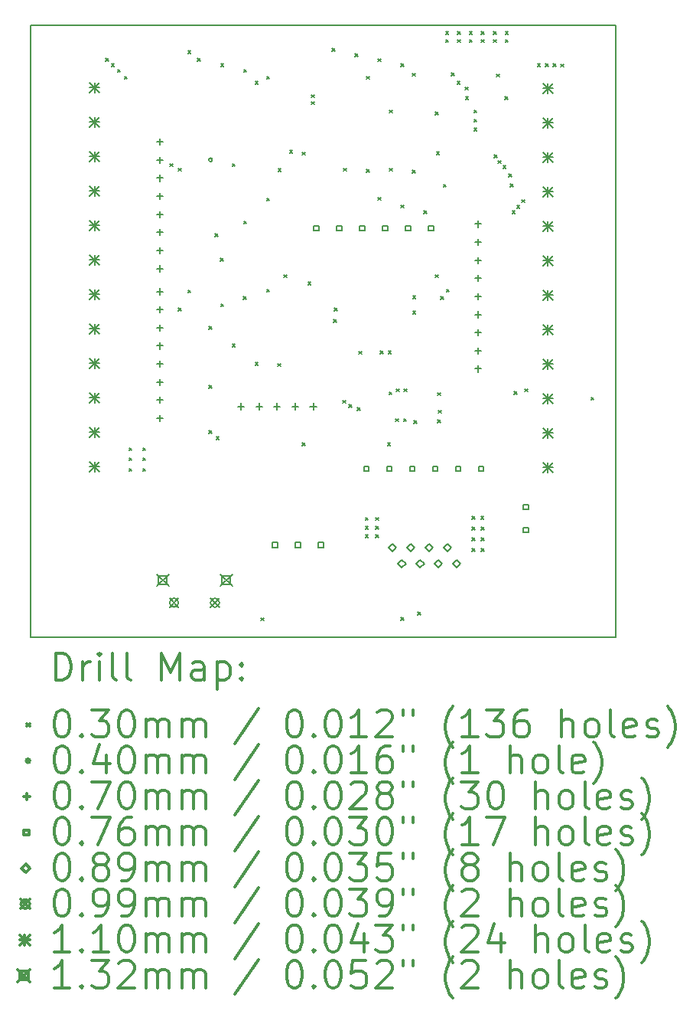
<source format=gbr>
%FSLAX45Y45*%
G04 Gerber Fmt 4.5, Leading zero omitted, Abs format (unit mm)*
G04 Created by KiCad (PCBNEW 4.1.0-alpha+201608171232+7063~46~ubuntu14.04.1-product) date Fri Aug 19 13:41:16 2016*
%MOMM*%
%LPD*%
G01*
G04 APERTURE LIST*
%ADD10C,0.127000*%
%ADD11C,0.150000*%
%ADD12C,0.200000*%
%ADD13C,0.300000*%
G04 APERTURE END LIST*
D10*
D11*
X18402300Y-5791200D02*
X11925300Y-5791200D01*
X18402300Y-12560300D02*
X18402300Y-5791200D01*
X11925300Y-12560300D02*
X18402300Y-12560300D01*
X11925300Y-5791200D02*
X11925300Y-12560300D01*
D12*
X12759997Y-6160835D02*
X12790477Y-6191315D01*
X12790477Y-6160835D02*
X12759997Y-6191315D01*
X12820776Y-6220693D02*
X12851256Y-6251173D01*
X12851256Y-6220693D02*
X12820776Y-6251173D01*
X12887960Y-6283960D02*
X12918440Y-6314440D01*
X12918440Y-6283960D02*
X12887960Y-6314440D01*
X12964160Y-6360160D02*
X12994640Y-6390640D01*
X12994640Y-6360160D02*
X12964160Y-6390640D01*
X13015259Y-10465607D02*
X13045739Y-10496087D01*
X13045739Y-10465607D02*
X13015259Y-10496087D01*
X13015259Y-10576261D02*
X13045739Y-10606741D01*
X13045739Y-10576261D02*
X13015259Y-10606741D01*
X13015259Y-10692425D02*
X13045739Y-10722905D01*
X13045739Y-10692425D02*
X13015259Y-10722905D01*
X13168376Y-10575544D02*
X13198856Y-10606024D01*
X13198856Y-10575544D02*
X13168376Y-10606024D01*
X13168376Y-10692425D02*
X13198856Y-10722905D01*
X13198856Y-10692425D02*
X13168376Y-10722905D01*
X13168884Y-10465607D02*
X13199364Y-10496087D01*
X13199364Y-10465607D02*
X13168884Y-10496087D01*
X13470929Y-7322387D02*
X13501409Y-7352867D01*
X13501409Y-7322387D02*
X13470929Y-7352867D01*
X13561060Y-7376160D02*
X13591540Y-7406640D01*
X13591540Y-7376160D02*
X13561060Y-7406640D01*
X13561094Y-8922204D02*
X13591574Y-8952684D01*
X13591574Y-8922204D02*
X13561094Y-8952684D01*
X13667260Y-6076160D02*
X13697740Y-6106640D01*
X13697740Y-6076160D02*
X13667260Y-6106640D01*
X13668138Y-8720793D02*
X13698618Y-8751273D01*
X13698618Y-8720793D02*
X13668138Y-8751273D01*
X13776232Y-6161279D02*
X13806712Y-6191759D01*
X13806712Y-6161279D02*
X13776232Y-6191759D01*
X13898563Y-9777016D02*
X13929043Y-9807496D01*
X13929043Y-9777016D02*
X13898563Y-9807496D01*
X13900982Y-10272320D02*
X13931462Y-10302800D01*
X13931462Y-10272320D02*
X13900982Y-10302800D01*
X13901000Y-9121265D02*
X13931480Y-9151745D01*
X13931480Y-9121265D02*
X13901000Y-9151745D01*
X13967460Y-8100060D02*
X13997940Y-8130540D01*
X13997940Y-8100060D02*
X13967460Y-8130540D01*
X13980845Y-10342779D02*
X14011325Y-10373259D01*
X14011325Y-10342779D02*
X13980845Y-10373259D01*
X14030181Y-8371603D02*
X14060661Y-8402083D01*
X14060661Y-8371603D02*
X14030181Y-8402083D01*
X14030960Y-6220460D02*
X14061440Y-6250940D01*
X14061440Y-6220460D02*
X14030960Y-6250940D01*
X14030960Y-8874760D02*
X14061440Y-8905240D01*
X14061440Y-8874760D02*
X14030960Y-8905240D01*
X14157960Y-9319260D02*
X14188440Y-9349740D01*
X14188440Y-9319260D02*
X14157960Y-9349740D01*
X14158378Y-7322592D02*
X14188858Y-7353072D01*
X14188858Y-7322592D02*
X14158378Y-7353072D01*
X14284615Y-8791534D02*
X14315095Y-8822014D01*
X14315095Y-8791534D02*
X14284615Y-8822014D01*
X14284960Y-6283960D02*
X14315440Y-6314440D01*
X14315440Y-6283960D02*
X14284960Y-6314440D01*
X14284960Y-7960360D02*
X14315440Y-7990840D01*
X14315440Y-7960360D02*
X14284960Y-7990840D01*
X14411960Y-6413021D02*
X14442440Y-6443501D01*
X14442440Y-6413021D02*
X14411960Y-6443501D01*
X14411960Y-9522460D02*
X14442440Y-9552940D01*
X14442440Y-9522460D02*
X14411960Y-9552940D01*
X14478000Y-12344400D02*
X14508480Y-12374880D01*
X14508480Y-12344400D02*
X14478000Y-12374880D01*
X14538960Y-6360160D02*
X14569440Y-6390640D01*
X14569440Y-6360160D02*
X14538960Y-6390640D01*
X14538960Y-7706360D02*
X14569440Y-7736840D01*
X14569440Y-7706360D02*
X14538960Y-7736840D01*
X14539194Y-8712397D02*
X14569674Y-8742877D01*
X14569674Y-8712397D02*
X14539194Y-8742877D01*
X14664719Y-9534758D02*
X14695199Y-9565238D01*
X14695199Y-9534758D02*
X14664719Y-9565238D01*
X14666522Y-7376607D02*
X14697002Y-7407087D01*
X14697002Y-7376607D02*
X14666522Y-7407087D01*
X14731717Y-8552846D02*
X14762197Y-8583326D01*
X14762197Y-8552846D02*
X14731717Y-8583326D01*
X14793033Y-7176061D02*
X14823513Y-7206541D01*
X14823513Y-7176061D02*
X14793033Y-7206541D01*
X14932660Y-7198360D02*
X14963140Y-7228840D01*
X14963140Y-7198360D02*
X14932660Y-7228840D01*
X14932660Y-10411460D02*
X14963140Y-10441940D01*
X14963140Y-10411460D02*
X14932660Y-10441940D01*
X14996200Y-8633500D02*
X15026680Y-8663980D01*
X15026680Y-8633500D02*
X14996200Y-8663980D01*
X15034260Y-6563360D02*
X15064740Y-6593840D01*
X15064740Y-6563360D02*
X15034260Y-6593840D01*
X15034260Y-6639560D02*
X15064740Y-6670040D01*
X15064740Y-6639560D02*
X15034260Y-6670040D01*
X15263122Y-6049088D02*
X15293602Y-6079568D01*
X15293602Y-6049088D02*
X15263122Y-6079568D01*
X15280554Y-9045146D02*
X15311034Y-9075626D01*
X15311034Y-9045146D02*
X15280554Y-9075626D01*
X15291854Y-8918557D02*
X15322334Y-8949037D01*
X15322334Y-8918557D02*
X15291854Y-8949037D01*
X15380894Y-9939912D02*
X15411374Y-9970392D01*
X15411374Y-9939912D02*
X15380894Y-9970392D01*
X15389860Y-7376160D02*
X15420340Y-7406640D01*
X15420340Y-7376160D02*
X15389860Y-7406640D01*
X15452653Y-9986215D02*
X15483133Y-10016695D01*
X15483133Y-9986215D02*
X15452653Y-10016695D01*
X15517836Y-6106794D02*
X15548316Y-6137274D01*
X15548316Y-6106794D02*
X15517836Y-6137274D01*
X15543710Y-10020527D02*
X15574190Y-10051007D01*
X15574190Y-10020527D02*
X15543710Y-10051007D01*
X15559088Y-9397104D02*
X15589568Y-9427584D01*
X15589568Y-9397104D02*
X15559088Y-9427584D01*
X15631160Y-11236960D02*
X15661640Y-11267440D01*
X15661640Y-11236960D02*
X15631160Y-11267440D01*
X15631160Y-11332210D02*
X15661640Y-11362690D01*
X15661640Y-11332210D02*
X15631160Y-11362690D01*
X15631160Y-11427460D02*
X15661640Y-11457940D01*
X15661640Y-11427460D02*
X15631160Y-11457940D01*
X15643860Y-7388860D02*
X15674340Y-7419340D01*
X15674340Y-7388860D02*
X15643860Y-7419340D01*
X15646705Y-6358654D02*
X15677185Y-6389134D01*
X15677185Y-6358654D02*
X15646705Y-6389134D01*
X15745460Y-11236960D02*
X15775940Y-11267440D01*
X15775940Y-11236960D02*
X15745460Y-11267440D01*
X15745460Y-11332210D02*
X15775940Y-11362690D01*
X15775940Y-11332210D02*
X15745460Y-11362690D01*
X15745460Y-11427460D02*
X15775940Y-11457940D01*
X15775940Y-11427460D02*
X15745460Y-11457940D01*
X15770530Y-7697311D02*
X15801010Y-7727791D01*
X15801010Y-7697311D02*
X15770530Y-7727791D01*
X15772457Y-6163526D02*
X15802937Y-6194006D01*
X15802937Y-6163526D02*
X15772457Y-6194006D01*
X15800004Y-9395519D02*
X15830484Y-9425999D01*
X15830484Y-9395519D02*
X15800004Y-9425999D01*
X15878077Y-10411782D02*
X15908557Y-10442262D01*
X15908557Y-10411782D02*
X15878077Y-10442262D01*
X15885160Y-9395460D02*
X15915640Y-9425940D01*
X15915640Y-9395460D02*
X15885160Y-9425940D01*
X15896667Y-9846826D02*
X15927147Y-9877306D01*
X15927147Y-9846826D02*
X15896667Y-9877306D01*
X15898765Y-7374969D02*
X15929245Y-7405449D01*
X15929245Y-7374969D02*
X15898765Y-7405449D01*
X15898856Y-6732347D02*
X15929336Y-6762827D01*
X15929336Y-6732347D02*
X15898856Y-6762827D01*
X15969460Y-10144760D02*
X15999940Y-10175240D01*
X15999940Y-10144760D02*
X15969460Y-10175240D01*
X15973752Y-9813725D02*
X16004232Y-9844205D01*
X16004232Y-9813725D02*
X15973752Y-9844205D01*
X16024860Y-7782560D02*
X16055340Y-7813040D01*
X16055340Y-7782560D02*
X16024860Y-7813040D01*
X16024860Y-12341860D02*
X16055340Y-12372340D01*
X16055340Y-12341860D02*
X16024860Y-12372340D01*
X16027051Y-6219276D02*
X16057531Y-6249756D01*
X16057531Y-6219276D02*
X16027051Y-6249756D01*
X16054860Y-10144760D02*
X16085340Y-10175240D01*
X16085340Y-10144760D02*
X16054860Y-10175240D01*
X16059152Y-9813725D02*
X16089632Y-9844205D01*
X16089632Y-9813725D02*
X16059152Y-9844205D01*
X16154549Y-7397867D02*
X16185029Y-7428347D01*
X16185029Y-7397867D02*
X16154549Y-7428347D01*
X16155032Y-6323311D02*
X16185512Y-6353791D01*
X16185512Y-6323311D02*
X16155032Y-6353791D01*
X16156156Y-8954476D02*
X16186636Y-8984956D01*
X16186636Y-8954476D02*
X16156156Y-8984956D01*
X16158263Y-8782760D02*
X16188743Y-8813240D01*
X16188743Y-8782760D02*
X16158263Y-8813240D01*
X16171334Y-10164466D02*
X16201814Y-10194946D01*
X16201814Y-10164466D02*
X16171334Y-10194946D01*
X16211657Y-12283401D02*
X16242137Y-12313881D01*
X16242137Y-12283401D02*
X16211657Y-12313881D01*
X16278860Y-7846060D02*
X16309340Y-7876540D01*
X16309340Y-7846060D02*
X16278860Y-7876540D01*
X16405860Y-6753860D02*
X16436340Y-6784340D01*
X16436340Y-6753860D02*
X16405860Y-6784340D01*
X16406561Y-8553097D02*
X16437041Y-8583577D01*
X16437041Y-8553097D02*
X16406561Y-8583577D01*
X16418560Y-7190370D02*
X16449040Y-7220850D01*
X16449040Y-7190370D02*
X16418560Y-7220850D01*
X16431260Y-10157460D02*
X16461740Y-10187940D01*
X16461740Y-10157460D02*
X16431260Y-10187940D01*
X16432960Y-9855864D02*
X16463440Y-9886344D01*
X16463440Y-9855864D02*
X16432960Y-9886344D01*
X16442646Y-10051717D02*
X16473126Y-10082197D01*
X16473126Y-10051717D02*
X16442646Y-10082197D01*
X16466335Y-8794143D02*
X16496815Y-8824623D01*
X16496815Y-8794143D02*
X16466335Y-8824623D01*
X16494760Y-7553960D02*
X16525240Y-7584440D01*
X16525240Y-7553960D02*
X16494760Y-7584440D01*
X16520160Y-5864860D02*
X16550640Y-5895340D01*
X16550640Y-5864860D02*
X16520160Y-5895340D01*
X16520160Y-5953760D02*
X16550640Y-5984240D01*
X16550640Y-5953760D02*
X16520160Y-5984240D01*
X16529471Y-8713966D02*
X16559951Y-8744446D01*
X16559951Y-8713966D02*
X16529471Y-8744446D01*
X16583660Y-6322060D02*
X16614140Y-6352540D01*
X16614140Y-6322060D02*
X16583660Y-6352540D01*
X16648884Y-6412511D02*
X16679364Y-6442991D01*
X16679364Y-6412511D02*
X16648884Y-6442991D01*
X16652240Y-5864860D02*
X16682720Y-5895340D01*
X16682720Y-5864860D02*
X16652240Y-5895340D01*
X16652240Y-5953760D02*
X16682720Y-5984240D01*
X16682720Y-5953760D02*
X16652240Y-5984240D01*
X16739653Y-6475617D02*
X16770133Y-6506097D01*
X16770133Y-6475617D02*
X16739653Y-6506097D01*
X16741193Y-6581396D02*
X16771673Y-6611876D01*
X16771673Y-6581396D02*
X16741193Y-6611876D01*
X16784320Y-5864860D02*
X16814800Y-5895340D01*
X16814800Y-5864860D02*
X16784320Y-5895340D01*
X16784320Y-5953760D02*
X16814800Y-5984240D01*
X16814800Y-5953760D02*
X16784320Y-5984240D01*
X16812260Y-11224260D02*
X16842740Y-11254740D01*
X16842740Y-11224260D02*
X16812260Y-11254740D01*
X16812260Y-11342793D02*
X16842740Y-11373273D01*
X16842740Y-11342793D02*
X16812260Y-11373273D01*
X16812260Y-11461327D02*
X16842740Y-11491807D01*
X16842740Y-11461327D02*
X16812260Y-11491807D01*
X16812260Y-11579860D02*
X16842740Y-11610340D01*
X16842740Y-11579860D02*
X16812260Y-11610340D01*
X16834360Y-6731760D02*
X16864840Y-6762240D01*
X16864840Y-6731760D02*
X16834360Y-6762240D01*
X16834360Y-6831710D02*
X16864840Y-6862190D01*
X16864840Y-6831710D02*
X16834360Y-6862190D01*
X16834360Y-6931660D02*
X16864840Y-6962140D01*
X16864840Y-6931660D02*
X16834360Y-6962140D01*
X16911824Y-11224260D02*
X16942304Y-11254740D01*
X16942304Y-11224260D02*
X16911824Y-11254740D01*
X16913860Y-11342793D02*
X16944340Y-11373273D01*
X16944340Y-11342793D02*
X16913860Y-11373273D01*
X16913860Y-11461327D02*
X16944340Y-11491807D01*
X16944340Y-11461327D02*
X16913860Y-11491807D01*
X16916400Y-5864860D02*
X16946880Y-5895340D01*
X16946880Y-5864860D02*
X16916400Y-5895340D01*
X16916400Y-5953760D02*
X16946880Y-5984240D01*
X16946880Y-5953760D02*
X16916400Y-5984240D01*
X16917740Y-11579860D02*
X16948220Y-11610340D01*
X16948220Y-11579860D02*
X16917740Y-11610340D01*
X17048480Y-5864860D02*
X17078960Y-5895340D01*
X17078960Y-5864860D02*
X17048480Y-5895340D01*
X17048480Y-5953760D02*
X17078960Y-5984240D01*
X17078960Y-5953760D02*
X17048480Y-5984240D01*
X17061075Y-7224648D02*
X17091555Y-7255128D01*
X17091555Y-7224648D02*
X17061075Y-7255128D01*
X17085060Y-6334760D02*
X17115540Y-6365240D01*
X17115540Y-6334760D02*
X17085060Y-6365240D01*
X17103472Y-7290328D02*
X17133952Y-7320808D01*
X17133952Y-7290328D02*
X17103472Y-7320808D01*
X17155160Y-7345005D02*
X17185640Y-7375485D01*
X17185640Y-7345005D02*
X17155160Y-7375485D01*
X17179579Y-6582783D02*
X17210059Y-6613263D01*
X17210059Y-6582783D02*
X17179579Y-6613263D01*
X17180560Y-5864860D02*
X17211040Y-5895340D01*
X17211040Y-5864860D02*
X17180560Y-5895340D01*
X17180560Y-5953760D02*
X17211040Y-5984240D01*
X17211040Y-5953760D02*
X17180560Y-5984240D01*
X17218660Y-7439660D02*
X17249140Y-7470140D01*
X17249140Y-7439660D02*
X17218660Y-7470140D01*
X17238612Y-7549998D02*
X17269092Y-7580478D01*
X17269092Y-7549998D02*
X17238612Y-7580478D01*
X17256760Y-7846060D02*
X17287240Y-7876540D01*
X17287240Y-7846060D02*
X17256760Y-7876540D01*
X17279219Y-9840942D02*
X17309699Y-9871422D01*
X17309699Y-9840942D02*
X17279219Y-9871422D01*
X17310102Y-7783822D02*
X17340582Y-7814302D01*
X17340582Y-7783822D02*
X17310102Y-7814302D01*
X17362964Y-7723232D02*
X17393444Y-7753712D01*
X17393444Y-7723232D02*
X17362964Y-7753712D01*
X17396460Y-9814560D02*
X17426940Y-9845040D01*
X17426940Y-9814560D02*
X17396460Y-9845040D01*
X17538005Y-6219385D02*
X17568485Y-6249865D01*
X17568485Y-6219385D02*
X17538005Y-6249865D01*
X17626234Y-6219385D02*
X17656714Y-6249865D01*
X17656714Y-6219385D02*
X17626234Y-6249865D01*
X17709065Y-6219385D02*
X17739545Y-6249865D01*
X17739545Y-6219385D02*
X17709065Y-6249865D01*
X17797086Y-6223257D02*
X17827566Y-6253737D01*
X17827566Y-6223257D02*
X17797086Y-6253737D01*
X18130520Y-9906000D02*
X18161000Y-9936480D01*
X18161000Y-9906000D02*
X18130520Y-9936480D01*
X13938222Y-7281885D02*
G75*
G03X13938222Y-7281885I-20000J0D01*
G01*
X13359840Y-7047840D02*
X13359840Y-7117840D01*
X13324840Y-7082840D02*
X13394840Y-7082840D01*
X13359840Y-7247840D02*
X13359840Y-7317840D01*
X13324840Y-7282840D02*
X13394840Y-7282840D01*
X13359840Y-7447840D02*
X13359840Y-7517840D01*
X13324840Y-7482840D02*
X13394840Y-7482840D01*
X13359840Y-7647840D02*
X13359840Y-7717840D01*
X13324840Y-7682840D02*
X13394840Y-7682840D01*
X13359840Y-7847840D02*
X13359840Y-7917840D01*
X13324840Y-7882840D02*
X13394840Y-7882840D01*
X13359840Y-8047840D02*
X13359840Y-8117840D01*
X13324840Y-8082840D02*
X13394840Y-8082840D01*
X13359840Y-8247840D02*
X13359840Y-8317840D01*
X13324840Y-8282840D02*
X13394840Y-8282840D01*
X13359840Y-8447840D02*
X13359840Y-8517840D01*
X13324840Y-8482840D02*
X13394840Y-8482840D01*
X13359840Y-8701840D02*
X13359840Y-8771840D01*
X13324840Y-8736840D02*
X13394840Y-8736840D01*
X13359840Y-8901840D02*
X13359840Y-8971840D01*
X13324840Y-8936840D02*
X13394840Y-8936840D01*
X13359840Y-9101840D02*
X13359840Y-9171840D01*
X13324840Y-9136840D02*
X13394840Y-9136840D01*
X13359840Y-9301840D02*
X13359840Y-9371840D01*
X13324840Y-9336840D02*
X13394840Y-9336840D01*
X13359840Y-9501840D02*
X13359840Y-9571840D01*
X13324840Y-9536840D02*
X13394840Y-9536840D01*
X13359840Y-9701840D02*
X13359840Y-9771840D01*
X13324840Y-9736840D02*
X13394840Y-9736840D01*
X13359840Y-9901840D02*
X13359840Y-9971840D01*
X13324840Y-9936840D02*
X13394840Y-9936840D01*
X13359840Y-10101840D02*
X13359840Y-10171840D01*
X13324840Y-10136840D02*
X13394840Y-10136840D01*
X14255840Y-9971840D02*
X14255840Y-10041840D01*
X14220840Y-10006840D02*
X14290840Y-10006840D01*
X14455840Y-9971840D02*
X14455840Y-10041840D01*
X14420840Y-10006840D02*
X14490840Y-10006840D01*
X14655840Y-9971840D02*
X14655840Y-10041840D01*
X14620840Y-10006840D02*
X14690840Y-10006840D01*
X14855840Y-9971840D02*
X14855840Y-10041840D01*
X14820840Y-10006840D02*
X14890840Y-10006840D01*
X15055840Y-9971840D02*
X15055840Y-10041840D01*
X15020840Y-10006840D02*
X15090840Y-10006840D01*
X16880840Y-7955840D02*
X16880840Y-8025840D01*
X16845840Y-7990840D02*
X16915840Y-7990840D01*
X16880840Y-8155840D02*
X16880840Y-8225840D01*
X16845840Y-8190840D02*
X16915840Y-8190840D01*
X16880840Y-8355840D02*
X16880840Y-8425840D01*
X16845840Y-8390840D02*
X16915840Y-8390840D01*
X16880840Y-8555840D02*
X16880840Y-8625840D01*
X16845840Y-8590840D02*
X16915840Y-8590840D01*
X16880840Y-8755840D02*
X16880840Y-8825840D01*
X16845840Y-8790840D02*
X16915840Y-8790840D01*
X16880840Y-8955840D02*
X16880840Y-9025840D01*
X16845840Y-8990840D02*
X16915840Y-8990840D01*
X16880840Y-9155840D02*
X16880840Y-9225840D01*
X16845840Y-9190840D02*
X16915840Y-9190840D01*
X16880840Y-9355840D02*
X16880840Y-9425840D01*
X16845840Y-9390840D02*
X16915840Y-9390840D01*
X16880840Y-9555840D02*
X16880840Y-9625840D01*
X16845840Y-9590840D02*
X16915840Y-9590840D01*
X14659881Y-11566161D02*
X14659881Y-11512279D01*
X14605999Y-11512279D01*
X14605999Y-11566161D01*
X14659881Y-11566161D01*
X14913881Y-11566161D02*
X14913881Y-11512279D01*
X14859999Y-11512279D01*
X14859999Y-11566161D01*
X14913881Y-11566161D01*
X15114541Y-8066041D02*
X15114541Y-8012159D01*
X15060659Y-8012159D01*
X15060659Y-8066041D01*
X15114541Y-8066041D01*
X15167881Y-11566161D02*
X15167881Y-11512279D01*
X15113999Y-11512279D01*
X15113999Y-11566161D01*
X15167881Y-11566161D01*
X15368541Y-8066041D02*
X15368541Y-8012159D01*
X15314659Y-8012159D01*
X15314659Y-8066041D01*
X15368541Y-8066041D01*
X15622541Y-8066041D02*
X15622541Y-8012159D01*
X15568659Y-8012159D01*
X15568659Y-8066041D01*
X15622541Y-8066041D01*
X15668261Y-10725421D02*
X15668261Y-10671539D01*
X15614379Y-10671539D01*
X15614379Y-10725421D01*
X15668261Y-10725421D01*
X15876541Y-8066041D02*
X15876541Y-8012159D01*
X15822659Y-8012159D01*
X15822659Y-8066041D01*
X15876541Y-8066041D01*
X15922261Y-10725421D02*
X15922261Y-10671539D01*
X15868379Y-10671539D01*
X15868379Y-10725421D01*
X15922261Y-10725421D01*
X16130541Y-8066041D02*
X16130541Y-8012159D01*
X16076659Y-8012159D01*
X16076659Y-8066041D01*
X16130541Y-8066041D01*
X16176261Y-10725421D02*
X16176261Y-10671539D01*
X16122379Y-10671539D01*
X16122379Y-10725421D01*
X16176261Y-10725421D01*
X16384541Y-8066041D02*
X16384541Y-8012159D01*
X16330659Y-8012159D01*
X16330659Y-8066041D01*
X16384541Y-8066041D01*
X16430261Y-10725421D02*
X16430261Y-10671539D01*
X16376379Y-10671539D01*
X16376379Y-10725421D01*
X16430261Y-10725421D01*
X16684261Y-10725421D02*
X16684261Y-10671539D01*
X16630379Y-10671539D01*
X16630379Y-10725421D01*
X16684261Y-10725421D01*
X16938261Y-10725421D02*
X16938261Y-10671539D01*
X16884379Y-10671539D01*
X16884379Y-10725421D01*
X16938261Y-10725421D01*
X17436101Y-11144521D02*
X17436101Y-11090639D01*
X17382219Y-11090639D01*
X17382219Y-11144521D01*
X17436101Y-11144521D01*
X17436101Y-11398521D02*
X17436101Y-11344639D01*
X17382219Y-11344639D01*
X17382219Y-11398521D01*
X17436101Y-11398521D01*
X15933420Y-11614000D02*
X15977920Y-11569500D01*
X15933420Y-11525000D01*
X15888920Y-11569500D01*
X15933420Y-11614000D01*
X16035420Y-11792000D02*
X16079920Y-11747500D01*
X16035420Y-11703000D01*
X15990920Y-11747500D01*
X16035420Y-11792000D01*
X16136420Y-11614000D02*
X16180920Y-11569500D01*
X16136420Y-11525000D01*
X16091920Y-11569500D01*
X16136420Y-11614000D01*
X16238420Y-11792000D02*
X16282920Y-11747500D01*
X16238420Y-11703000D01*
X16193920Y-11747500D01*
X16238420Y-11792000D01*
X16339420Y-11614000D02*
X16383920Y-11569500D01*
X16339420Y-11525000D01*
X16294920Y-11569500D01*
X16339420Y-11614000D01*
X16441420Y-11792000D02*
X16485920Y-11747500D01*
X16441420Y-11703000D01*
X16396920Y-11747500D01*
X16441420Y-11792000D01*
X16542420Y-11614000D02*
X16586920Y-11569500D01*
X16542420Y-11525000D01*
X16497920Y-11569500D01*
X16542420Y-11614000D01*
X16644420Y-11792000D02*
X16688920Y-11747500D01*
X16644420Y-11703000D01*
X16599920Y-11747500D01*
X16644420Y-11792000D01*
X13465750Y-12127250D02*
X13564850Y-12226350D01*
X13564850Y-12127250D02*
X13465750Y-12226350D01*
X13564850Y-12176800D02*
G75*
G03X13564850Y-12176800I-49550J0D01*
G01*
X13917950Y-12127250D02*
X14017050Y-12226350D01*
X14017050Y-12127250D02*
X13917950Y-12226350D01*
X14017050Y-12176800D02*
G75*
G03X14017050Y-12176800I-49550J0D01*
G01*
X12578960Y-6427080D02*
X12688960Y-6537080D01*
X12688960Y-6427080D02*
X12578960Y-6537080D01*
X12633960Y-6427080D02*
X12633960Y-6537080D01*
X12578960Y-6482080D02*
X12688960Y-6482080D01*
X12578960Y-6808080D02*
X12688960Y-6918080D01*
X12688960Y-6808080D02*
X12578960Y-6918080D01*
X12633960Y-6808080D02*
X12633960Y-6918080D01*
X12578960Y-6863080D02*
X12688960Y-6863080D01*
X12578960Y-7189080D02*
X12688960Y-7299080D01*
X12688960Y-7189080D02*
X12578960Y-7299080D01*
X12633960Y-7189080D02*
X12633960Y-7299080D01*
X12578960Y-7244080D02*
X12688960Y-7244080D01*
X12578960Y-7570080D02*
X12688960Y-7680080D01*
X12688960Y-7570080D02*
X12578960Y-7680080D01*
X12633960Y-7570080D02*
X12633960Y-7680080D01*
X12578960Y-7625080D02*
X12688960Y-7625080D01*
X12578960Y-7951080D02*
X12688960Y-8061080D01*
X12688960Y-7951080D02*
X12578960Y-8061080D01*
X12633960Y-7951080D02*
X12633960Y-8061080D01*
X12578960Y-8006080D02*
X12688960Y-8006080D01*
X12578960Y-8332080D02*
X12688960Y-8442080D01*
X12688960Y-8332080D02*
X12578960Y-8442080D01*
X12633960Y-8332080D02*
X12633960Y-8442080D01*
X12578960Y-8387080D02*
X12688960Y-8387080D01*
X12578960Y-8713080D02*
X12688960Y-8823080D01*
X12688960Y-8713080D02*
X12578960Y-8823080D01*
X12633960Y-8713080D02*
X12633960Y-8823080D01*
X12578960Y-8768080D02*
X12688960Y-8768080D01*
X12578960Y-9094080D02*
X12688960Y-9204080D01*
X12688960Y-9094080D02*
X12578960Y-9204080D01*
X12633960Y-9094080D02*
X12633960Y-9204080D01*
X12578960Y-9149080D02*
X12688960Y-9149080D01*
X12578960Y-9475080D02*
X12688960Y-9585080D01*
X12688960Y-9475080D02*
X12578960Y-9585080D01*
X12633960Y-9475080D02*
X12633960Y-9585080D01*
X12578960Y-9530080D02*
X12688960Y-9530080D01*
X12578960Y-9856080D02*
X12688960Y-9966080D01*
X12688960Y-9856080D02*
X12578960Y-9966080D01*
X12633960Y-9856080D02*
X12633960Y-9966080D01*
X12578960Y-9911080D02*
X12688960Y-9911080D01*
X12578960Y-10237080D02*
X12688960Y-10347080D01*
X12688960Y-10237080D02*
X12578960Y-10347080D01*
X12633960Y-10237080D02*
X12633960Y-10347080D01*
X12578960Y-10292080D02*
X12688960Y-10292080D01*
X12578960Y-10618080D02*
X12688960Y-10728080D01*
X12688960Y-10618080D02*
X12578960Y-10728080D01*
X12633960Y-10618080D02*
X12633960Y-10728080D01*
X12578960Y-10673080D02*
X12688960Y-10673080D01*
X17598000Y-6434700D02*
X17708000Y-6544700D01*
X17708000Y-6434700D02*
X17598000Y-6544700D01*
X17653000Y-6434700D02*
X17653000Y-6544700D01*
X17598000Y-6489700D02*
X17708000Y-6489700D01*
X17598000Y-6815700D02*
X17708000Y-6925700D01*
X17708000Y-6815700D02*
X17598000Y-6925700D01*
X17653000Y-6815700D02*
X17653000Y-6925700D01*
X17598000Y-6870700D02*
X17708000Y-6870700D01*
X17598000Y-7196700D02*
X17708000Y-7306700D01*
X17708000Y-7196700D02*
X17598000Y-7306700D01*
X17653000Y-7196700D02*
X17653000Y-7306700D01*
X17598000Y-7251700D02*
X17708000Y-7251700D01*
X17598000Y-7577700D02*
X17708000Y-7687700D01*
X17708000Y-7577700D02*
X17598000Y-7687700D01*
X17653000Y-7577700D02*
X17653000Y-7687700D01*
X17598000Y-7632700D02*
X17708000Y-7632700D01*
X17598000Y-7958700D02*
X17708000Y-8068700D01*
X17708000Y-7958700D02*
X17598000Y-8068700D01*
X17653000Y-7958700D02*
X17653000Y-8068700D01*
X17598000Y-8013700D02*
X17708000Y-8013700D01*
X17598000Y-8339700D02*
X17708000Y-8449700D01*
X17708000Y-8339700D02*
X17598000Y-8449700D01*
X17653000Y-8339700D02*
X17653000Y-8449700D01*
X17598000Y-8394700D02*
X17708000Y-8394700D01*
X17598000Y-8720700D02*
X17708000Y-8830700D01*
X17708000Y-8720700D02*
X17598000Y-8830700D01*
X17653000Y-8720700D02*
X17653000Y-8830700D01*
X17598000Y-8775700D02*
X17708000Y-8775700D01*
X17598000Y-9101700D02*
X17708000Y-9211700D01*
X17708000Y-9101700D02*
X17598000Y-9211700D01*
X17653000Y-9101700D02*
X17653000Y-9211700D01*
X17598000Y-9156700D02*
X17708000Y-9156700D01*
X17598000Y-9482700D02*
X17708000Y-9592700D01*
X17708000Y-9482700D02*
X17598000Y-9592700D01*
X17653000Y-9482700D02*
X17653000Y-9592700D01*
X17598000Y-9537700D02*
X17708000Y-9537700D01*
X17598000Y-9863700D02*
X17708000Y-9973700D01*
X17708000Y-9863700D02*
X17598000Y-9973700D01*
X17653000Y-9863700D02*
X17653000Y-9973700D01*
X17598000Y-9918700D02*
X17708000Y-9918700D01*
X17598000Y-10244700D02*
X17708000Y-10354700D01*
X17708000Y-10244700D02*
X17598000Y-10354700D01*
X17653000Y-10244700D02*
X17653000Y-10354700D01*
X17598000Y-10299700D02*
X17708000Y-10299700D01*
X17598000Y-10625700D02*
X17708000Y-10735700D01*
X17708000Y-10625700D02*
X17598000Y-10735700D01*
X17653000Y-10625700D02*
X17653000Y-10735700D01*
X17598000Y-10680700D02*
X17708000Y-10680700D01*
X13324850Y-11861750D02*
X13456950Y-11993850D01*
X13456950Y-11861750D02*
X13324850Y-11993850D01*
X13437605Y-11974505D02*
X13437605Y-11881095D01*
X13344195Y-11881095D01*
X13344195Y-11974505D01*
X13437605Y-11974505D01*
X14025850Y-11861750D02*
X14157950Y-11993850D01*
X14157950Y-11861750D02*
X14025850Y-11993850D01*
X14138605Y-11974505D02*
X14138605Y-11881095D01*
X14045195Y-11881095D01*
X14045195Y-11974505D01*
X14138605Y-11974505D01*
D13*
X12204228Y-13033514D02*
X12204228Y-12733514D01*
X12275657Y-12733514D01*
X12318514Y-12747800D01*
X12347086Y-12776371D01*
X12361371Y-12804943D01*
X12375657Y-12862086D01*
X12375657Y-12904943D01*
X12361371Y-12962086D01*
X12347086Y-12990657D01*
X12318514Y-13019229D01*
X12275657Y-13033514D01*
X12204228Y-13033514D01*
X12504228Y-13033514D02*
X12504228Y-12833514D01*
X12504228Y-12890657D02*
X12518514Y-12862086D01*
X12532800Y-12847800D01*
X12561371Y-12833514D01*
X12589943Y-12833514D01*
X12689943Y-13033514D02*
X12689943Y-12833514D01*
X12689943Y-12733514D02*
X12675657Y-12747800D01*
X12689943Y-12762086D01*
X12704228Y-12747800D01*
X12689943Y-12733514D01*
X12689943Y-12762086D01*
X12875657Y-13033514D02*
X12847086Y-13019229D01*
X12832800Y-12990657D01*
X12832800Y-12733514D01*
X13032800Y-13033514D02*
X13004228Y-13019229D01*
X12989943Y-12990657D01*
X12989943Y-12733514D01*
X13375657Y-13033514D02*
X13375657Y-12733514D01*
X13475657Y-12947800D01*
X13575657Y-12733514D01*
X13575657Y-13033514D01*
X13847086Y-13033514D02*
X13847086Y-12876371D01*
X13832800Y-12847800D01*
X13804228Y-12833514D01*
X13747086Y-12833514D01*
X13718514Y-12847800D01*
X13847086Y-13019229D02*
X13818514Y-13033514D01*
X13747086Y-13033514D01*
X13718514Y-13019229D01*
X13704228Y-12990657D01*
X13704228Y-12962086D01*
X13718514Y-12933514D01*
X13747086Y-12919229D01*
X13818514Y-12919229D01*
X13847086Y-12904943D01*
X13989943Y-12833514D02*
X13989943Y-13133514D01*
X13989943Y-12847800D02*
X14018514Y-12833514D01*
X14075657Y-12833514D01*
X14104228Y-12847800D01*
X14118514Y-12862086D01*
X14132800Y-12890657D01*
X14132800Y-12976371D01*
X14118514Y-13004943D01*
X14104228Y-13019229D01*
X14075657Y-13033514D01*
X14018514Y-13033514D01*
X13989943Y-13019229D01*
X14261371Y-13004943D02*
X14275657Y-13019229D01*
X14261371Y-13033514D01*
X14247086Y-13019229D01*
X14261371Y-13004943D01*
X14261371Y-13033514D01*
X14261371Y-12847800D02*
X14275657Y-12862086D01*
X14261371Y-12876371D01*
X14247086Y-12862086D01*
X14261371Y-12847800D01*
X14261371Y-12876371D01*
X11887320Y-13512560D02*
X11917800Y-13543040D01*
X11917800Y-13512560D02*
X11887320Y-13543040D01*
X12261371Y-13363514D02*
X12289943Y-13363514D01*
X12318514Y-13377800D01*
X12332800Y-13392086D01*
X12347086Y-13420657D01*
X12361371Y-13477800D01*
X12361371Y-13549229D01*
X12347086Y-13606371D01*
X12332800Y-13634943D01*
X12318514Y-13649229D01*
X12289943Y-13663514D01*
X12261371Y-13663514D01*
X12232800Y-13649229D01*
X12218514Y-13634943D01*
X12204228Y-13606371D01*
X12189943Y-13549229D01*
X12189943Y-13477800D01*
X12204228Y-13420657D01*
X12218514Y-13392086D01*
X12232800Y-13377800D01*
X12261371Y-13363514D01*
X12489943Y-13634943D02*
X12504228Y-13649229D01*
X12489943Y-13663514D01*
X12475657Y-13649229D01*
X12489943Y-13634943D01*
X12489943Y-13663514D01*
X12604228Y-13363514D02*
X12789943Y-13363514D01*
X12689943Y-13477800D01*
X12732800Y-13477800D01*
X12761371Y-13492086D01*
X12775657Y-13506371D01*
X12789943Y-13534943D01*
X12789943Y-13606371D01*
X12775657Y-13634943D01*
X12761371Y-13649229D01*
X12732800Y-13663514D01*
X12647086Y-13663514D01*
X12618514Y-13649229D01*
X12604228Y-13634943D01*
X12975657Y-13363514D02*
X13004228Y-13363514D01*
X13032800Y-13377800D01*
X13047086Y-13392086D01*
X13061371Y-13420657D01*
X13075657Y-13477800D01*
X13075657Y-13549229D01*
X13061371Y-13606371D01*
X13047086Y-13634943D01*
X13032800Y-13649229D01*
X13004228Y-13663514D01*
X12975657Y-13663514D01*
X12947086Y-13649229D01*
X12932800Y-13634943D01*
X12918514Y-13606371D01*
X12904228Y-13549229D01*
X12904228Y-13477800D01*
X12918514Y-13420657D01*
X12932800Y-13392086D01*
X12947086Y-13377800D01*
X12975657Y-13363514D01*
X13204228Y-13663514D02*
X13204228Y-13463514D01*
X13204228Y-13492086D02*
X13218514Y-13477800D01*
X13247086Y-13463514D01*
X13289943Y-13463514D01*
X13318514Y-13477800D01*
X13332800Y-13506371D01*
X13332800Y-13663514D01*
X13332800Y-13506371D02*
X13347086Y-13477800D01*
X13375657Y-13463514D01*
X13418514Y-13463514D01*
X13447086Y-13477800D01*
X13461371Y-13506371D01*
X13461371Y-13663514D01*
X13604228Y-13663514D02*
X13604228Y-13463514D01*
X13604228Y-13492086D02*
X13618514Y-13477800D01*
X13647086Y-13463514D01*
X13689943Y-13463514D01*
X13718514Y-13477800D01*
X13732800Y-13506371D01*
X13732800Y-13663514D01*
X13732800Y-13506371D02*
X13747086Y-13477800D01*
X13775657Y-13463514D01*
X13818514Y-13463514D01*
X13847086Y-13477800D01*
X13861371Y-13506371D01*
X13861371Y-13663514D01*
X14447086Y-13349229D02*
X14189943Y-13734943D01*
X14832800Y-13363514D02*
X14861371Y-13363514D01*
X14889943Y-13377800D01*
X14904228Y-13392086D01*
X14918514Y-13420657D01*
X14932800Y-13477800D01*
X14932800Y-13549229D01*
X14918514Y-13606371D01*
X14904228Y-13634943D01*
X14889943Y-13649229D01*
X14861371Y-13663514D01*
X14832800Y-13663514D01*
X14804228Y-13649229D01*
X14789943Y-13634943D01*
X14775657Y-13606371D01*
X14761371Y-13549229D01*
X14761371Y-13477800D01*
X14775657Y-13420657D01*
X14789943Y-13392086D01*
X14804228Y-13377800D01*
X14832800Y-13363514D01*
X15061371Y-13634943D02*
X15075657Y-13649229D01*
X15061371Y-13663514D01*
X15047086Y-13649229D01*
X15061371Y-13634943D01*
X15061371Y-13663514D01*
X15261371Y-13363514D02*
X15289943Y-13363514D01*
X15318514Y-13377800D01*
X15332800Y-13392086D01*
X15347086Y-13420657D01*
X15361371Y-13477800D01*
X15361371Y-13549229D01*
X15347086Y-13606371D01*
X15332800Y-13634943D01*
X15318514Y-13649229D01*
X15289943Y-13663514D01*
X15261371Y-13663514D01*
X15232800Y-13649229D01*
X15218514Y-13634943D01*
X15204228Y-13606371D01*
X15189943Y-13549229D01*
X15189943Y-13477800D01*
X15204228Y-13420657D01*
X15218514Y-13392086D01*
X15232800Y-13377800D01*
X15261371Y-13363514D01*
X15647086Y-13663514D02*
X15475657Y-13663514D01*
X15561371Y-13663514D02*
X15561371Y-13363514D01*
X15532800Y-13406371D01*
X15504228Y-13434943D01*
X15475657Y-13449229D01*
X15761371Y-13392086D02*
X15775657Y-13377800D01*
X15804228Y-13363514D01*
X15875657Y-13363514D01*
X15904228Y-13377800D01*
X15918514Y-13392086D01*
X15932800Y-13420657D01*
X15932800Y-13449229D01*
X15918514Y-13492086D01*
X15747086Y-13663514D01*
X15932800Y-13663514D01*
X16047086Y-13363514D02*
X16047086Y-13420657D01*
X16161371Y-13363514D02*
X16161371Y-13420657D01*
X16604228Y-13777800D02*
X16589943Y-13763514D01*
X16561371Y-13720657D01*
X16547086Y-13692086D01*
X16532800Y-13649229D01*
X16518514Y-13577800D01*
X16518514Y-13520657D01*
X16532800Y-13449229D01*
X16547086Y-13406371D01*
X16561371Y-13377800D01*
X16589943Y-13334943D01*
X16604228Y-13320657D01*
X16875657Y-13663514D02*
X16704228Y-13663514D01*
X16789943Y-13663514D02*
X16789943Y-13363514D01*
X16761371Y-13406371D01*
X16732800Y-13434943D01*
X16704228Y-13449229D01*
X16975657Y-13363514D02*
X17161371Y-13363514D01*
X17061371Y-13477800D01*
X17104228Y-13477800D01*
X17132800Y-13492086D01*
X17147086Y-13506371D01*
X17161371Y-13534943D01*
X17161371Y-13606371D01*
X17147086Y-13634943D01*
X17132800Y-13649229D01*
X17104228Y-13663514D01*
X17018514Y-13663514D01*
X16989943Y-13649229D01*
X16975657Y-13634943D01*
X17418514Y-13363514D02*
X17361371Y-13363514D01*
X17332800Y-13377800D01*
X17318514Y-13392086D01*
X17289943Y-13434943D01*
X17275657Y-13492086D01*
X17275657Y-13606371D01*
X17289943Y-13634943D01*
X17304228Y-13649229D01*
X17332800Y-13663514D01*
X17389943Y-13663514D01*
X17418514Y-13649229D01*
X17432800Y-13634943D01*
X17447086Y-13606371D01*
X17447086Y-13534943D01*
X17432800Y-13506371D01*
X17418514Y-13492086D01*
X17389943Y-13477800D01*
X17332800Y-13477800D01*
X17304228Y-13492086D01*
X17289943Y-13506371D01*
X17275657Y-13534943D01*
X17804228Y-13663514D02*
X17804228Y-13363514D01*
X17932800Y-13663514D02*
X17932800Y-13506371D01*
X17918514Y-13477800D01*
X17889943Y-13463514D01*
X17847086Y-13463514D01*
X17818514Y-13477800D01*
X17804228Y-13492086D01*
X18118514Y-13663514D02*
X18089943Y-13649229D01*
X18075657Y-13634943D01*
X18061371Y-13606371D01*
X18061371Y-13520657D01*
X18075657Y-13492086D01*
X18089943Y-13477800D01*
X18118514Y-13463514D01*
X18161371Y-13463514D01*
X18189943Y-13477800D01*
X18204228Y-13492086D01*
X18218514Y-13520657D01*
X18218514Y-13606371D01*
X18204228Y-13634943D01*
X18189943Y-13649229D01*
X18161371Y-13663514D01*
X18118514Y-13663514D01*
X18389943Y-13663514D02*
X18361371Y-13649229D01*
X18347086Y-13620657D01*
X18347086Y-13363514D01*
X18618514Y-13649229D02*
X18589943Y-13663514D01*
X18532800Y-13663514D01*
X18504228Y-13649229D01*
X18489943Y-13620657D01*
X18489943Y-13506371D01*
X18504228Y-13477800D01*
X18532800Y-13463514D01*
X18589943Y-13463514D01*
X18618514Y-13477800D01*
X18632800Y-13506371D01*
X18632800Y-13534943D01*
X18489943Y-13563514D01*
X18747086Y-13649229D02*
X18775657Y-13663514D01*
X18832800Y-13663514D01*
X18861371Y-13649229D01*
X18875657Y-13620657D01*
X18875657Y-13606371D01*
X18861371Y-13577800D01*
X18832800Y-13563514D01*
X18789943Y-13563514D01*
X18761371Y-13549229D01*
X18747086Y-13520657D01*
X18747086Y-13506371D01*
X18761371Y-13477800D01*
X18789943Y-13463514D01*
X18832800Y-13463514D01*
X18861371Y-13477800D01*
X18975657Y-13777800D02*
X18989943Y-13763514D01*
X19018514Y-13720657D01*
X19032800Y-13692086D01*
X19047086Y-13649229D01*
X19061371Y-13577800D01*
X19061371Y-13520657D01*
X19047086Y-13449229D01*
X19032800Y-13406371D01*
X19018514Y-13377800D01*
X18989943Y-13334943D01*
X18975657Y-13320657D01*
X11917800Y-13923800D02*
G75*
G03X11917800Y-13923800I-20000J0D01*
G01*
X12261371Y-13759514D02*
X12289943Y-13759514D01*
X12318514Y-13773800D01*
X12332800Y-13788086D01*
X12347086Y-13816657D01*
X12361371Y-13873800D01*
X12361371Y-13945229D01*
X12347086Y-14002371D01*
X12332800Y-14030943D01*
X12318514Y-14045229D01*
X12289943Y-14059514D01*
X12261371Y-14059514D01*
X12232800Y-14045229D01*
X12218514Y-14030943D01*
X12204228Y-14002371D01*
X12189943Y-13945229D01*
X12189943Y-13873800D01*
X12204228Y-13816657D01*
X12218514Y-13788086D01*
X12232800Y-13773800D01*
X12261371Y-13759514D01*
X12489943Y-14030943D02*
X12504228Y-14045229D01*
X12489943Y-14059514D01*
X12475657Y-14045229D01*
X12489943Y-14030943D01*
X12489943Y-14059514D01*
X12761371Y-13859514D02*
X12761371Y-14059514D01*
X12689943Y-13745229D02*
X12618514Y-13959514D01*
X12804228Y-13959514D01*
X12975657Y-13759514D02*
X13004228Y-13759514D01*
X13032800Y-13773800D01*
X13047086Y-13788086D01*
X13061371Y-13816657D01*
X13075657Y-13873800D01*
X13075657Y-13945229D01*
X13061371Y-14002371D01*
X13047086Y-14030943D01*
X13032800Y-14045229D01*
X13004228Y-14059514D01*
X12975657Y-14059514D01*
X12947086Y-14045229D01*
X12932800Y-14030943D01*
X12918514Y-14002371D01*
X12904228Y-13945229D01*
X12904228Y-13873800D01*
X12918514Y-13816657D01*
X12932800Y-13788086D01*
X12947086Y-13773800D01*
X12975657Y-13759514D01*
X13204228Y-14059514D02*
X13204228Y-13859514D01*
X13204228Y-13888086D02*
X13218514Y-13873800D01*
X13247086Y-13859514D01*
X13289943Y-13859514D01*
X13318514Y-13873800D01*
X13332800Y-13902371D01*
X13332800Y-14059514D01*
X13332800Y-13902371D02*
X13347086Y-13873800D01*
X13375657Y-13859514D01*
X13418514Y-13859514D01*
X13447086Y-13873800D01*
X13461371Y-13902371D01*
X13461371Y-14059514D01*
X13604228Y-14059514D02*
X13604228Y-13859514D01*
X13604228Y-13888086D02*
X13618514Y-13873800D01*
X13647086Y-13859514D01*
X13689943Y-13859514D01*
X13718514Y-13873800D01*
X13732800Y-13902371D01*
X13732800Y-14059514D01*
X13732800Y-13902371D02*
X13747086Y-13873800D01*
X13775657Y-13859514D01*
X13818514Y-13859514D01*
X13847086Y-13873800D01*
X13861371Y-13902371D01*
X13861371Y-14059514D01*
X14447086Y-13745229D02*
X14189943Y-14130943D01*
X14832800Y-13759514D02*
X14861371Y-13759514D01*
X14889943Y-13773800D01*
X14904228Y-13788086D01*
X14918514Y-13816657D01*
X14932800Y-13873800D01*
X14932800Y-13945229D01*
X14918514Y-14002371D01*
X14904228Y-14030943D01*
X14889943Y-14045229D01*
X14861371Y-14059514D01*
X14832800Y-14059514D01*
X14804228Y-14045229D01*
X14789943Y-14030943D01*
X14775657Y-14002371D01*
X14761371Y-13945229D01*
X14761371Y-13873800D01*
X14775657Y-13816657D01*
X14789943Y-13788086D01*
X14804228Y-13773800D01*
X14832800Y-13759514D01*
X15061371Y-14030943D02*
X15075657Y-14045229D01*
X15061371Y-14059514D01*
X15047086Y-14045229D01*
X15061371Y-14030943D01*
X15061371Y-14059514D01*
X15261371Y-13759514D02*
X15289943Y-13759514D01*
X15318514Y-13773800D01*
X15332800Y-13788086D01*
X15347086Y-13816657D01*
X15361371Y-13873800D01*
X15361371Y-13945229D01*
X15347086Y-14002371D01*
X15332800Y-14030943D01*
X15318514Y-14045229D01*
X15289943Y-14059514D01*
X15261371Y-14059514D01*
X15232800Y-14045229D01*
X15218514Y-14030943D01*
X15204228Y-14002371D01*
X15189943Y-13945229D01*
X15189943Y-13873800D01*
X15204228Y-13816657D01*
X15218514Y-13788086D01*
X15232800Y-13773800D01*
X15261371Y-13759514D01*
X15647086Y-14059514D02*
X15475657Y-14059514D01*
X15561371Y-14059514D02*
X15561371Y-13759514D01*
X15532800Y-13802371D01*
X15504228Y-13830943D01*
X15475657Y-13845229D01*
X15904228Y-13759514D02*
X15847086Y-13759514D01*
X15818514Y-13773800D01*
X15804228Y-13788086D01*
X15775657Y-13830943D01*
X15761371Y-13888086D01*
X15761371Y-14002371D01*
X15775657Y-14030943D01*
X15789943Y-14045229D01*
X15818514Y-14059514D01*
X15875657Y-14059514D01*
X15904228Y-14045229D01*
X15918514Y-14030943D01*
X15932800Y-14002371D01*
X15932800Y-13930943D01*
X15918514Y-13902371D01*
X15904228Y-13888086D01*
X15875657Y-13873800D01*
X15818514Y-13873800D01*
X15789943Y-13888086D01*
X15775657Y-13902371D01*
X15761371Y-13930943D01*
X16047086Y-13759514D02*
X16047086Y-13816657D01*
X16161371Y-13759514D02*
X16161371Y-13816657D01*
X16604228Y-14173800D02*
X16589943Y-14159514D01*
X16561371Y-14116657D01*
X16547086Y-14088086D01*
X16532800Y-14045229D01*
X16518514Y-13973800D01*
X16518514Y-13916657D01*
X16532800Y-13845229D01*
X16547086Y-13802371D01*
X16561371Y-13773800D01*
X16589943Y-13730943D01*
X16604228Y-13716657D01*
X16875657Y-14059514D02*
X16704228Y-14059514D01*
X16789943Y-14059514D02*
X16789943Y-13759514D01*
X16761371Y-13802371D01*
X16732800Y-13830943D01*
X16704228Y-13845229D01*
X17232800Y-14059514D02*
X17232800Y-13759514D01*
X17361371Y-14059514D02*
X17361371Y-13902371D01*
X17347086Y-13873800D01*
X17318514Y-13859514D01*
X17275657Y-13859514D01*
X17247086Y-13873800D01*
X17232800Y-13888086D01*
X17547086Y-14059514D02*
X17518514Y-14045229D01*
X17504228Y-14030943D01*
X17489943Y-14002371D01*
X17489943Y-13916657D01*
X17504228Y-13888086D01*
X17518514Y-13873800D01*
X17547086Y-13859514D01*
X17589943Y-13859514D01*
X17618514Y-13873800D01*
X17632800Y-13888086D01*
X17647086Y-13916657D01*
X17647086Y-14002371D01*
X17632800Y-14030943D01*
X17618514Y-14045229D01*
X17589943Y-14059514D01*
X17547086Y-14059514D01*
X17818514Y-14059514D02*
X17789943Y-14045229D01*
X17775657Y-14016657D01*
X17775657Y-13759514D01*
X18047086Y-14045229D02*
X18018514Y-14059514D01*
X17961371Y-14059514D01*
X17932800Y-14045229D01*
X17918514Y-14016657D01*
X17918514Y-13902371D01*
X17932800Y-13873800D01*
X17961371Y-13859514D01*
X18018514Y-13859514D01*
X18047086Y-13873800D01*
X18061371Y-13902371D01*
X18061371Y-13930943D01*
X17918514Y-13959514D01*
X18161371Y-14173800D02*
X18175657Y-14159514D01*
X18204228Y-14116657D01*
X18218514Y-14088086D01*
X18232800Y-14045229D01*
X18247086Y-13973800D01*
X18247086Y-13916657D01*
X18232800Y-13845229D01*
X18218514Y-13802371D01*
X18204228Y-13773800D01*
X18175657Y-13730943D01*
X18161371Y-13716657D01*
X11882800Y-14284800D02*
X11882800Y-14354800D01*
X11847800Y-14319800D02*
X11917800Y-14319800D01*
X12261371Y-14155514D02*
X12289943Y-14155514D01*
X12318514Y-14169800D01*
X12332800Y-14184086D01*
X12347086Y-14212657D01*
X12361371Y-14269800D01*
X12361371Y-14341229D01*
X12347086Y-14398371D01*
X12332800Y-14426943D01*
X12318514Y-14441229D01*
X12289943Y-14455514D01*
X12261371Y-14455514D01*
X12232800Y-14441229D01*
X12218514Y-14426943D01*
X12204228Y-14398371D01*
X12189943Y-14341229D01*
X12189943Y-14269800D01*
X12204228Y-14212657D01*
X12218514Y-14184086D01*
X12232800Y-14169800D01*
X12261371Y-14155514D01*
X12489943Y-14426943D02*
X12504228Y-14441229D01*
X12489943Y-14455514D01*
X12475657Y-14441229D01*
X12489943Y-14426943D01*
X12489943Y-14455514D01*
X12604228Y-14155514D02*
X12804228Y-14155514D01*
X12675657Y-14455514D01*
X12975657Y-14155514D02*
X13004228Y-14155514D01*
X13032800Y-14169800D01*
X13047086Y-14184086D01*
X13061371Y-14212657D01*
X13075657Y-14269800D01*
X13075657Y-14341229D01*
X13061371Y-14398371D01*
X13047086Y-14426943D01*
X13032800Y-14441229D01*
X13004228Y-14455514D01*
X12975657Y-14455514D01*
X12947086Y-14441229D01*
X12932800Y-14426943D01*
X12918514Y-14398371D01*
X12904228Y-14341229D01*
X12904228Y-14269800D01*
X12918514Y-14212657D01*
X12932800Y-14184086D01*
X12947086Y-14169800D01*
X12975657Y-14155514D01*
X13204228Y-14455514D02*
X13204228Y-14255514D01*
X13204228Y-14284086D02*
X13218514Y-14269800D01*
X13247086Y-14255514D01*
X13289943Y-14255514D01*
X13318514Y-14269800D01*
X13332800Y-14298371D01*
X13332800Y-14455514D01*
X13332800Y-14298371D02*
X13347086Y-14269800D01*
X13375657Y-14255514D01*
X13418514Y-14255514D01*
X13447086Y-14269800D01*
X13461371Y-14298371D01*
X13461371Y-14455514D01*
X13604228Y-14455514D02*
X13604228Y-14255514D01*
X13604228Y-14284086D02*
X13618514Y-14269800D01*
X13647086Y-14255514D01*
X13689943Y-14255514D01*
X13718514Y-14269800D01*
X13732800Y-14298371D01*
X13732800Y-14455514D01*
X13732800Y-14298371D02*
X13747086Y-14269800D01*
X13775657Y-14255514D01*
X13818514Y-14255514D01*
X13847086Y-14269800D01*
X13861371Y-14298371D01*
X13861371Y-14455514D01*
X14447086Y-14141229D02*
X14189943Y-14526943D01*
X14832800Y-14155514D02*
X14861371Y-14155514D01*
X14889943Y-14169800D01*
X14904228Y-14184086D01*
X14918514Y-14212657D01*
X14932800Y-14269800D01*
X14932800Y-14341229D01*
X14918514Y-14398371D01*
X14904228Y-14426943D01*
X14889943Y-14441229D01*
X14861371Y-14455514D01*
X14832800Y-14455514D01*
X14804228Y-14441229D01*
X14789943Y-14426943D01*
X14775657Y-14398371D01*
X14761371Y-14341229D01*
X14761371Y-14269800D01*
X14775657Y-14212657D01*
X14789943Y-14184086D01*
X14804228Y-14169800D01*
X14832800Y-14155514D01*
X15061371Y-14426943D02*
X15075657Y-14441229D01*
X15061371Y-14455514D01*
X15047086Y-14441229D01*
X15061371Y-14426943D01*
X15061371Y-14455514D01*
X15261371Y-14155514D02*
X15289943Y-14155514D01*
X15318514Y-14169800D01*
X15332800Y-14184086D01*
X15347086Y-14212657D01*
X15361371Y-14269800D01*
X15361371Y-14341229D01*
X15347086Y-14398371D01*
X15332800Y-14426943D01*
X15318514Y-14441229D01*
X15289943Y-14455514D01*
X15261371Y-14455514D01*
X15232800Y-14441229D01*
X15218514Y-14426943D01*
X15204228Y-14398371D01*
X15189943Y-14341229D01*
X15189943Y-14269800D01*
X15204228Y-14212657D01*
X15218514Y-14184086D01*
X15232800Y-14169800D01*
X15261371Y-14155514D01*
X15475657Y-14184086D02*
X15489943Y-14169800D01*
X15518514Y-14155514D01*
X15589943Y-14155514D01*
X15618514Y-14169800D01*
X15632800Y-14184086D01*
X15647086Y-14212657D01*
X15647086Y-14241229D01*
X15632800Y-14284086D01*
X15461371Y-14455514D01*
X15647086Y-14455514D01*
X15818514Y-14284086D02*
X15789943Y-14269800D01*
X15775657Y-14255514D01*
X15761371Y-14226943D01*
X15761371Y-14212657D01*
X15775657Y-14184086D01*
X15789943Y-14169800D01*
X15818514Y-14155514D01*
X15875657Y-14155514D01*
X15904228Y-14169800D01*
X15918514Y-14184086D01*
X15932800Y-14212657D01*
X15932800Y-14226943D01*
X15918514Y-14255514D01*
X15904228Y-14269800D01*
X15875657Y-14284086D01*
X15818514Y-14284086D01*
X15789943Y-14298371D01*
X15775657Y-14312657D01*
X15761371Y-14341229D01*
X15761371Y-14398371D01*
X15775657Y-14426943D01*
X15789943Y-14441229D01*
X15818514Y-14455514D01*
X15875657Y-14455514D01*
X15904228Y-14441229D01*
X15918514Y-14426943D01*
X15932800Y-14398371D01*
X15932800Y-14341229D01*
X15918514Y-14312657D01*
X15904228Y-14298371D01*
X15875657Y-14284086D01*
X16047086Y-14155514D02*
X16047086Y-14212657D01*
X16161371Y-14155514D02*
X16161371Y-14212657D01*
X16604228Y-14569800D02*
X16589943Y-14555514D01*
X16561371Y-14512657D01*
X16547086Y-14484086D01*
X16532800Y-14441229D01*
X16518514Y-14369800D01*
X16518514Y-14312657D01*
X16532800Y-14241229D01*
X16547086Y-14198371D01*
X16561371Y-14169800D01*
X16589943Y-14126943D01*
X16604228Y-14112657D01*
X16689943Y-14155514D02*
X16875657Y-14155514D01*
X16775657Y-14269800D01*
X16818514Y-14269800D01*
X16847086Y-14284086D01*
X16861371Y-14298371D01*
X16875657Y-14326943D01*
X16875657Y-14398371D01*
X16861371Y-14426943D01*
X16847086Y-14441229D01*
X16818514Y-14455514D01*
X16732800Y-14455514D01*
X16704228Y-14441229D01*
X16689943Y-14426943D01*
X17061371Y-14155514D02*
X17089943Y-14155514D01*
X17118514Y-14169800D01*
X17132800Y-14184086D01*
X17147086Y-14212657D01*
X17161371Y-14269800D01*
X17161371Y-14341229D01*
X17147086Y-14398371D01*
X17132800Y-14426943D01*
X17118514Y-14441229D01*
X17089943Y-14455514D01*
X17061371Y-14455514D01*
X17032800Y-14441229D01*
X17018514Y-14426943D01*
X17004228Y-14398371D01*
X16989943Y-14341229D01*
X16989943Y-14269800D01*
X17004228Y-14212657D01*
X17018514Y-14184086D01*
X17032800Y-14169800D01*
X17061371Y-14155514D01*
X17518514Y-14455514D02*
X17518514Y-14155514D01*
X17647086Y-14455514D02*
X17647086Y-14298371D01*
X17632800Y-14269800D01*
X17604228Y-14255514D01*
X17561371Y-14255514D01*
X17532800Y-14269800D01*
X17518514Y-14284086D01*
X17832800Y-14455514D02*
X17804228Y-14441229D01*
X17789943Y-14426943D01*
X17775657Y-14398371D01*
X17775657Y-14312657D01*
X17789943Y-14284086D01*
X17804228Y-14269800D01*
X17832800Y-14255514D01*
X17875657Y-14255514D01*
X17904228Y-14269800D01*
X17918514Y-14284086D01*
X17932800Y-14312657D01*
X17932800Y-14398371D01*
X17918514Y-14426943D01*
X17904228Y-14441229D01*
X17875657Y-14455514D01*
X17832800Y-14455514D01*
X18104228Y-14455514D02*
X18075657Y-14441229D01*
X18061371Y-14412657D01*
X18061371Y-14155514D01*
X18332800Y-14441229D02*
X18304228Y-14455514D01*
X18247086Y-14455514D01*
X18218514Y-14441229D01*
X18204228Y-14412657D01*
X18204228Y-14298371D01*
X18218514Y-14269800D01*
X18247086Y-14255514D01*
X18304228Y-14255514D01*
X18332800Y-14269800D01*
X18347086Y-14298371D01*
X18347086Y-14326943D01*
X18204228Y-14355514D01*
X18461371Y-14441229D02*
X18489943Y-14455514D01*
X18547086Y-14455514D01*
X18575657Y-14441229D01*
X18589943Y-14412657D01*
X18589943Y-14398371D01*
X18575657Y-14369800D01*
X18547086Y-14355514D01*
X18504228Y-14355514D01*
X18475657Y-14341229D01*
X18461371Y-14312657D01*
X18461371Y-14298371D01*
X18475657Y-14269800D01*
X18504228Y-14255514D01*
X18547086Y-14255514D01*
X18575657Y-14269800D01*
X18689943Y-14569800D02*
X18704228Y-14555514D01*
X18732800Y-14512657D01*
X18747086Y-14484086D01*
X18761371Y-14441229D01*
X18775657Y-14369800D01*
X18775657Y-14312657D01*
X18761371Y-14241229D01*
X18747086Y-14198371D01*
X18732800Y-14169800D01*
X18704228Y-14126943D01*
X18689943Y-14112657D01*
X11906641Y-14742741D02*
X11906641Y-14688859D01*
X11852759Y-14688859D01*
X11852759Y-14742741D01*
X11906641Y-14742741D01*
X12261371Y-14551514D02*
X12289943Y-14551514D01*
X12318514Y-14565800D01*
X12332800Y-14580086D01*
X12347086Y-14608657D01*
X12361371Y-14665800D01*
X12361371Y-14737229D01*
X12347086Y-14794371D01*
X12332800Y-14822943D01*
X12318514Y-14837229D01*
X12289943Y-14851514D01*
X12261371Y-14851514D01*
X12232800Y-14837229D01*
X12218514Y-14822943D01*
X12204228Y-14794371D01*
X12189943Y-14737229D01*
X12189943Y-14665800D01*
X12204228Y-14608657D01*
X12218514Y-14580086D01*
X12232800Y-14565800D01*
X12261371Y-14551514D01*
X12489943Y-14822943D02*
X12504228Y-14837229D01*
X12489943Y-14851514D01*
X12475657Y-14837229D01*
X12489943Y-14822943D01*
X12489943Y-14851514D01*
X12604228Y-14551514D02*
X12804228Y-14551514D01*
X12675657Y-14851514D01*
X13047086Y-14551514D02*
X12989943Y-14551514D01*
X12961371Y-14565800D01*
X12947086Y-14580086D01*
X12918514Y-14622943D01*
X12904228Y-14680086D01*
X12904228Y-14794371D01*
X12918514Y-14822943D01*
X12932800Y-14837229D01*
X12961371Y-14851514D01*
X13018514Y-14851514D01*
X13047086Y-14837229D01*
X13061371Y-14822943D01*
X13075657Y-14794371D01*
X13075657Y-14722943D01*
X13061371Y-14694371D01*
X13047086Y-14680086D01*
X13018514Y-14665800D01*
X12961371Y-14665800D01*
X12932800Y-14680086D01*
X12918514Y-14694371D01*
X12904228Y-14722943D01*
X13204228Y-14851514D02*
X13204228Y-14651514D01*
X13204228Y-14680086D02*
X13218514Y-14665800D01*
X13247086Y-14651514D01*
X13289943Y-14651514D01*
X13318514Y-14665800D01*
X13332800Y-14694371D01*
X13332800Y-14851514D01*
X13332800Y-14694371D02*
X13347086Y-14665800D01*
X13375657Y-14651514D01*
X13418514Y-14651514D01*
X13447086Y-14665800D01*
X13461371Y-14694371D01*
X13461371Y-14851514D01*
X13604228Y-14851514D02*
X13604228Y-14651514D01*
X13604228Y-14680086D02*
X13618514Y-14665800D01*
X13647086Y-14651514D01*
X13689943Y-14651514D01*
X13718514Y-14665800D01*
X13732800Y-14694371D01*
X13732800Y-14851514D01*
X13732800Y-14694371D02*
X13747086Y-14665800D01*
X13775657Y-14651514D01*
X13818514Y-14651514D01*
X13847086Y-14665800D01*
X13861371Y-14694371D01*
X13861371Y-14851514D01*
X14447086Y-14537229D02*
X14189943Y-14922943D01*
X14832800Y-14551514D02*
X14861371Y-14551514D01*
X14889943Y-14565800D01*
X14904228Y-14580086D01*
X14918514Y-14608657D01*
X14932800Y-14665800D01*
X14932800Y-14737229D01*
X14918514Y-14794371D01*
X14904228Y-14822943D01*
X14889943Y-14837229D01*
X14861371Y-14851514D01*
X14832800Y-14851514D01*
X14804228Y-14837229D01*
X14789943Y-14822943D01*
X14775657Y-14794371D01*
X14761371Y-14737229D01*
X14761371Y-14665800D01*
X14775657Y-14608657D01*
X14789943Y-14580086D01*
X14804228Y-14565800D01*
X14832800Y-14551514D01*
X15061371Y-14822943D02*
X15075657Y-14837229D01*
X15061371Y-14851514D01*
X15047086Y-14837229D01*
X15061371Y-14822943D01*
X15061371Y-14851514D01*
X15261371Y-14551514D02*
X15289943Y-14551514D01*
X15318514Y-14565800D01*
X15332800Y-14580086D01*
X15347086Y-14608657D01*
X15361371Y-14665800D01*
X15361371Y-14737229D01*
X15347086Y-14794371D01*
X15332800Y-14822943D01*
X15318514Y-14837229D01*
X15289943Y-14851514D01*
X15261371Y-14851514D01*
X15232800Y-14837229D01*
X15218514Y-14822943D01*
X15204228Y-14794371D01*
X15189943Y-14737229D01*
X15189943Y-14665800D01*
X15204228Y-14608657D01*
X15218514Y-14580086D01*
X15232800Y-14565800D01*
X15261371Y-14551514D01*
X15461371Y-14551514D02*
X15647086Y-14551514D01*
X15547086Y-14665800D01*
X15589943Y-14665800D01*
X15618514Y-14680086D01*
X15632800Y-14694371D01*
X15647086Y-14722943D01*
X15647086Y-14794371D01*
X15632800Y-14822943D01*
X15618514Y-14837229D01*
X15589943Y-14851514D01*
X15504228Y-14851514D01*
X15475657Y-14837229D01*
X15461371Y-14822943D01*
X15832800Y-14551514D02*
X15861371Y-14551514D01*
X15889943Y-14565800D01*
X15904228Y-14580086D01*
X15918514Y-14608657D01*
X15932800Y-14665800D01*
X15932800Y-14737229D01*
X15918514Y-14794371D01*
X15904228Y-14822943D01*
X15889943Y-14837229D01*
X15861371Y-14851514D01*
X15832800Y-14851514D01*
X15804228Y-14837229D01*
X15789943Y-14822943D01*
X15775657Y-14794371D01*
X15761371Y-14737229D01*
X15761371Y-14665800D01*
X15775657Y-14608657D01*
X15789943Y-14580086D01*
X15804228Y-14565800D01*
X15832800Y-14551514D01*
X16047086Y-14551514D02*
X16047086Y-14608657D01*
X16161371Y-14551514D02*
X16161371Y-14608657D01*
X16604228Y-14965800D02*
X16589943Y-14951514D01*
X16561371Y-14908657D01*
X16547086Y-14880086D01*
X16532800Y-14837229D01*
X16518514Y-14765800D01*
X16518514Y-14708657D01*
X16532800Y-14637229D01*
X16547086Y-14594371D01*
X16561371Y-14565800D01*
X16589943Y-14522943D01*
X16604228Y-14508657D01*
X16875657Y-14851514D02*
X16704228Y-14851514D01*
X16789943Y-14851514D02*
X16789943Y-14551514D01*
X16761371Y-14594371D01*
X16732800Y-14622943D01*
X16704228Y-14637229D01*
X16975657Y-14551514D02*
X17175657Y-14551514D01*
X17047086Y-14851514D01*
X17518514Y-14851514D02*
X17518514Y-14551514D01*
X17647086Y-14851514D02*
X17647086Y-14694371D01*
X17632800Y-14665800D01*
X17604228Y-14651514D01*
X17561371Y-14651514D01*
X17532800Y-14665800D01*
X17518514Y-14680086D01*
X17832800Y-14851514D02*
X17804228Y-14837229D01*
X17789943Y-14822943D01*
X17775657Y-14794371D01*
X17775657Y-14708657D01*
X17789943Y-14680086D01*
X17804228Y-14665800D01*
X17832800Y-14651514D01*
X17875657Y-14651514D01*
X17904228Y-14665800D01*
X17918514Y-14680086D01*
X17932800Y-14708657D01*
X17932800Y-14794371D01*
X17918514Y-14822943D01*
X17904228Y-14837229D01*
X17875657Y-14851514D01*
X17832800Y-14851514D01*
X18104228Y-14851514D02*
X18075657Y-14837229D01*
X18061371Y-14808657D01*
X18061371Y-14551514D01*
X18332800Y-14837229D02*
X18304228Y-14851514D01*
X18247086Y-14851514D01*
X18218514Y-14837229D01*
X18204228Y-14808657D01*
X18204228Y-14694371D01*
X18218514Y-14665800D01*
X18247086Y-14651514D01*
X18304228Y-14651514D01*
X18332800Y-14665800D01*
X18347086Y-14694371D01*
X18347086Y-14722943D01*
X18204228Y-14751514D01*
X18461371Y-14837229D02*
X18489943Y-14851514D01*
X18547086Y-14851514D01*
X18575657Y-14837229D01*
X18589943Y-14808657D01*
X18589943Y-14794371D01*
X18575657Y-14765800D01*
X18547086Y-14751514D01*
X18504228Y-14751514D01*
X18475657Y-14737229D01*
X18461371Y-14708657D01*
X18461371Y-14694371D01*
X18475657Y-14665800D01*
X18504228Y-14651514D01*
X18547086Y-14651514D01*
X18575657Y-14665800D01*
X18689943Y-14965800D02*
X18704228Y-14951514D01*
X18732800Y-14908657D01*
X18747086Y-14880086D01*
X18761371Y-14837229D01*
X18775657Y-14765800D01*
X18775657Y-14708657D01*
X18761371Y-14637229D01*
X18747086Y-14594371D01*
X18732800Y-14565800D01*
X18704228Y-14522943D01*
X18689943Y-14508657D01*
X11873300Y-15156300D02*
X11917800Y-15111800D01*
X11873300Y-15067300D01*
X11828800Y-15111800D01*
X11873300Y-15156300D01*
X12261371Y-14947514D02*
X12289943Y-14947514D01*
X12318514Y-14961800D01*
X12332800Y-14976086D01*
X12347086Y-15004657D01*
X12361371Y-15061800D01*
X12361371Y-15133229D01*
X12347086Y-15190371D01*
X12332800Y-15218943D01*
X12318514Y-15233229D01*
X12289943Y-15247514D01*
X12261371Y-15247514D01*
X12232800Y-15233229D01*
X12218514Y-15218943D01*
X12204228Y-15190371D01*
X12189943Y-15133229D01*
X12189943Y-15061800D01*
X12204228Y-15004657D01*
X12218514Y-14976086D01*
X12232800Y-14961800D01*
X12261371Y-14947514D01*
X12489943Y-15218943D02*
X12504228Y-15233229D01*
X12489943Y-15247514D01*
X12475657Y-15233229D01*
X12489943Y-15218943D01*
X12489943Y-15247514D01*
X12675657Y-15076086D02*
X12647086Y-15061800D01*
X12632800Y-15047514D01*
X12618514Y-15018943D01*
X12618514Y-15004657D01*
X12632800Y-14976086D01*
X12647086Y-14961800D01*
X12675657Y-14947514D01*
X12732800Y-14947514D01*
X12761371Y-14961800D01*
X12775657Y-14976086D01*
X12789943Y-15004657D01*
X12789943Y-15018943D01*
X12775657Y-15047514D01*
X12761371Y-15061800D01*
X12732800Y-15076086D01*
X12675657Y-15076086D01*
X12647086Y-15090371D01*
X12632800Y-15104657D01*
X12618514Y-15133229D01*
X12618514Y-15190371D01*
X12632800Y-15218943D01*
X12647086Y-15233229D01*
X12675657Y-15247514D01*
X12732800Y-15247514D01*
X12761371Y-15233229D01*
X12775657Y-15218943D01*
X12789943Y-15190371D01*
X12789943Y-15133229D01*
X12775657Y-15104657D01*
X12761371Y-15090371D01*
X12732800Y-15076086D01*
X12932800Y-15247514D02*
X12989943Y-15247514D01*
X13018514Y-15233229D01*
X13032800Y-15218943D01*
X13061371Y-15176086D01*
X13075657Y-15118943D01*
X13075657Y-15004657D01*
X13061371Y-14976086D01*
X13047086Y-14961800D01*
X13018514Y-14947514D01*
X12961371Y-14947514D01*
X12932800Y-14961800D01*
X12918514Y-14976086D01*
X12904228Y-15004657D01*
X12904228Y-15076086D01*
X12918514Y-15104657D01*
X12932800Y-15118943D01*
X12961371Y-15133229D01*
X13018514Y-15133229D01*
X13047086Y-15118943D01*
X13061371Y-15104657D01*
X13075657Y-15076086D01*
X13204228Y-15247514D02*
X13204228Y-15047514D01*
X13204228Y-15076086D02*
X13218514Y-15061800D01*
X13247086Y-15047514D01*
X13289943Y-15047514D01*
X13318514Y-15061800D01*
X13332800Y-15090371D01*
X13332800Y-15247514D01*
X13332800Y-15090371D02*
X13347086Y-15061800D01*
X13375657Y-15047514D01*
X13418514Y-15047514D01*
X13447086Y-15061800D01*
X13461371Y-15090371D01*
X13461371Y-15247514D01*
X13604228Y-15247514D02*
X13604228Y-15047514D01*
X13604228Y-15076086D02*
X13618514Y-15061800D01*
X13647086Y-15047514D01*
X13689943Y-15047514D01*
X13718514Y-15061800D01*
X13732800Y-15090371D01*
X13732800Y-15247514D01*
X13732800Y-15090371D02*
X13747086Y-15061800D01*
X13775657Y-15047514D01*
X13818514Y-15047514D01*
X13847086Y-15061800D01*
X13861371Y-15090371D01*
X13861371Y-15247514D01*
X14447086Y-14933229D02*
X14189943Y-15318943D01*
X14832800Y-14947514D02*
X14861371Y-14947514D01*
X14889943Y-14961800D01*
X14904228Y-14976086D01*
X14918514Y-15004657D01*
X14932800Y-15061800D01*
X14932800Y-15133229D01*
X14918514Y-15190371D01*
X14904228Y-15218943D01*
X14889943Y-15233229D01*
X14861371Y-15247514D01*
X14832800Y-15247514D01*
X14804228Y-15233229D01*
X14789943Y-15218943D01*
X14775657Y-15190371D01*
X14761371Y-15133229D01*
X14761371Y-15061800D01*
X14775657Y-15004657D01*
X14789943Y-14976086D01*
X14804228Y-14961800D01*
X14832800Y-14947514D01*
X15061371Y-15218943D02*
X15075657Y-15233229D01*
X15061371Y-15247514D01*
X15047086Y-15233229D01*
X15061371Y-15218943D01*
X15061371Y-15247514D01*
X15261371Y-14947514D02*
X15289943Y-14947514D01*
X15318514Y-14961800D01*
X15332800Y-14976086D01*
X15347086Y-15004657D01*
X15361371Y-15061800D01*
X15361371Y-15133229D01*
X15347086Y-15190371D01*
X15332800Y-15218943D01*
X15318514Y-15233229D01*
X15289943Y-15247514D01*
X15261371Y-15247514D01*
X15232800Y-15233229D01*
X15218514Y-15218943D01*
X15204228Y-15190371D01*
X15189943Y-15133229D01*
X15189943Y-15061800D01*
X15204228Y-15004657D01*
X15218514Y-14976086D01*
X15232800Y-14961800D01*
X15261371Y-14947514D01*
X15461371Y-14947514D02*
X15647086Y-14947514D01*
X15547086Y-15061800D01*
X15589943Y-15061800D01*
X15618514Y-15076086D01*
X15632800Y-15090371D01*
X15647086Y-15118943D01*
X15647086Y-15190371D01*
X15632800Y-15218943D01*
X15618514Y-15233229D01*
X15589943Y-15247514D01*
X15504228Y-15247514D01*
X15475657Y-15233229D01*
X15461371Y-15218943D01*
X15918514Y-14947514D02*
X15775657Y-14947514D01*
X15761371Y-15090371D01*
X15775657Y-15076086D01*
X15804228Y-15061800D01*
X15875657Y-15061800D01*
X15904228Y-15076086D01*
X15918514Y-15090371D01*
X15932800Y-15118943D01*
X15932800Y-15190371D01*
X15918514Y-15218943D01*
X15904228Y-15233229D01*
X15875657Y-15247514D01*
X15804228Y-15247514D01*
X15775657Y-15233229D01*
X15761371Y-15218943D01*
X16047086Y-14947514D02*
X16047086Y-15004657D01*
X16161371Y-14947514D02*
X16161371Y-15004657D01*
X16604228Y-15361800D02*
X16589943Y-15347514D01*
X16561371Y-15304657D01*
X16547086Y-15276086D01*
X16532800Y-15233229D01*
X16518514Y-15161800D01*
X16518514Y-15104657D01*
X16532800Y-15033229D01*
X16547086Y-14990371D01*
X16561371Y-14961800D01*
X16589943Y-14918943D01*
X16604228Y-14904657D01*
X16761371Y-15076086D02*
X16732800Y-15061800D01*
X16718514Y-15047514D01*
X16704228Y-15018943D01*
X16704228Y-15004657D01*
X16718514Y-14976086D01*
X16732800Y-14961800D01*
X16761371Y-14947514D01*
X16818514Y-14947514D01*
X16847086Y-14961800D01*
X16861371Y-14976086D01*
X16875657Y-15004657D01*
X16875657Y-15018943D01*
X16861371Y-15047514D01*
X16847086Y-15061800D01*
X16818514Y-15076086D01*
X16761371Y-15076086D01*
X16732800Y-15090371D01*
X16718514Y-15104657D01*
X16704228Y-15133229D01*
X16704228Y-15190371D01*
X16718514Y-15218943D01*
X16732800Y-15233229D01*
X16761371Y-15247514D01*
X16818514Y-15247514D01*
X16847086Y-15233229D01*
X16861371Y-15218943D01*
X16875657Y-15190371D01*
X16875657Y-15133229D01*
X16861371Y-15104657D01*
X16847086Y-15090371D01*
X16818514Y-15076086D01*
X17232800Y-15247514D02*
X17232800Y-14947514D01*
X17361371Y-15247514D02*
X17361371Y-15090371D01*
X17347086Y-15061800D01*
X17318514Y-15047514D01*
X17275657Y-15047514D01*
X17247086Y-15061800D01*
X17232800Y-15076086D01*
X17547086Y-15247514D02*
X17518514Y-15233229D01*
X17504228Y-15218943D01*
X17489943Y-15190371D01*
X17489943Y-15104657D01*
X17504228Y-15076086D01*
X17518514Y-15061800D01*
X17547086Y-15047514D01*
X17589943Y-15047514D01*
X17618514Y-15061800D01*
X17632800Y-15076086D01*
X17647086Y-15104657D01*
X17647086Y-15190371D01*
X17632800Y-15218943D01*
X17618514Y-15233229D01*
X17589943Y-15247514D01*
X17547086Y-15247514D01*
X17818514Y-15247514D02*
X17789943Y-15233229D01*
X17775657Y-15204657D01*
X17775657Y-14947514D01*
X18047086Y-15233229D02*
X18018514Y-15247514D01*
X17961371Y-15247514D01*
X17932800Y-15233229D01*
X17918514Y-15204657D01*
X17918514Y-15090371D01*
X17932800Y-15061800D01*
X17961371Y-15047514D01*
X18018514Y-15047514D01*
X18047086Y-15061800D01*
X18061371Y-15090371D01*
X18061371Y-15118943D01*
X17918514Y-15147514D01*
X18175657Y-15233229D02*
X18204228Y-15247514D01*
X18261371Y-15247514D01*
X18289943Y-15233229D01*
X18304228Y-15204657D01*
X18304228Y-15190371D01*
X18289943Y-15161800D01*
X18261371Y-15147514D01*
X18218514Y-15147514D01*
X18189943Y-15133229D01*
X18175657Y-15104657D01*
X18175657Y-15090371D01*
X18189943Y-15061800D01*
X18218514Y-15047514D01*
X18261371Y-15047514D01*
X18289943Y-15061800D01*
X18404228Y-15361800D02*
X18418514Y-15347514D01*
X18447086Y-15304657D01*
X18461371Y-15276086D01*
X18475657Y-15233229D01*
X18489943Y-15161800D01*
X18489943Y-15104657D01*
X18475657Y-15033229D01*
X18461371Y-14990371D01*
X18447086Y-14961800D01*
X18418514Y-14918943D01*
X18404228Y-14904657D01*
X11818700Y-15458250D02*
X11917800Y-15557350D01*
X11917800Y-15458250D02*
X11818700Y-15557350D01*
X11917800Y-15507800D02*
G75*
G03X11917800Y-15507800I-49550J0D01*
G01*
X12261371Y-15343514D02*
X12289943Y-15343514D01*
X12318514Y-15357800D01*
X12332800Y-15372086D01*
X12347086Y-15400657D01*
X12361371Y-15457800D01*
X12361371Y-15529229D01*
X12347086Y-15586371D01*
X12332800Y-15614943D01*
X12318514Y-15629229D01*
X12289943Y-15643514D01*
X12261371Y-15643514D01*
X12232800Y-15629229D01*
X12218514Y-15614943D01*
X12204228Y-15586371D01*
X12189943Y-15529229D01*
X12189943Y-15457800D01*
X12204228Y-15400657D01*
X12218514Y-15372086D01*
X12232800Y-15357800D01*
X12261371Y-15343514D01*
X12489943Y-15614943D02*
X12504228Y-15629229D01*
X12489943Y-15643514D01*
X12475657Y-15629229D01*
X12489943Y-15614943D01*
X12489943Y-15643514D01*
X12647086Y-15643514D02*
X12704228Y-15643514D01*
X12732800Y-15629229D01*
X12747086Y-15614943D01*
X12775657Y-15572086D01*
X12789943Y-15514943D01*
X12789943Y-15400657D01*
X12775657Y-15372086D01*
X12761371Y-15357800D01*
X12732800Y-15343514D01*
X12675657Y-15343514D01*
X12647086Y-15357800D01*
X12632800Y-15372086D01*
X12618514Y-15400657D01*
X12618514Y-15472086D01*
X12632800Y-15500657D01*
X12647086Y-15514943D01*
X12675657Y-15529229D01*
X12732800Y-15529229D01*
X12761371Y-15514943D01*
X12775657Y-15500657D01*
X12789943Y-15472086D01*
X12932800Y-15643514D02*
X12989943Y-15643514D01*
X13018514Y-15629229D01*
X13032800Y-15614943D01*
X13061371Y-15572086D01*
X13075657Y-15514943D01*
X13075657Y-15400657D01*
X13061371Y-15372086D01*
X13047086Y-15357800D01*
X13018514Y-15343514D01*
X12961371Y-15343514D01*
X12932800Y-15357800D01*
X12918514Y-15372086D01*
X12904228Y-15400657D01*
X12904228Y-15472086D01*
X12918514Y-15500657D01*
X12932800Y-15514943D01*
X12961371Y-15529229D01*
X13018514Y-15529229D01*
X13047086Y-15514943D01*
X13061371Y-15500657D01*
X13075657Y-15472086D01*
X13204228Y-15643514D02*
X13204228Y-15443514D01*
X13204228Y-15472086D02*
X13218514Y-15457800D01*
X13247086Y-15443514D01*
X13289943Y-15443514D01*
X13318514Y-15457800D01*
X13332800Y-15486371D01*
X13332800Y-15643514D01*
X13332800Y-15486371D02*
X13347086Y-15457800D01*
X13375657Y-15443514D01*
X13418514Y-15443514D01*
X13447086Y-15457800D01*
X13461371Y-15486371D01*
X13461371Y-15643514D01*
X13604228Y-15643514D02*
X13604228Y-15443514D01*
X13604228Y-15472086D02*
X13618514Y-15457800D01*
X13647086Y-15443514D01*
X13689943Y-15443514D01*
X13718514Y-15457800D01*
X13732800Y-15486371D01*
X13732800Y-15643514D01*
X13732800Y-15486371D02*
X13747086Y-15457800D01*
X13775657Y-15443514D01*
X13818514Y-15443514D01*
X13847086Y-15457800D01*
X13861371Y-15486371D01*
X13861371Y-15643514D01*
X14447086Y-15329229D02*
X14189943Y-15714943D01*
X14832800Y-15343514D02*
X14861371Y-15343514D01*
X14889943Y-15357800D01*
X14904228Y-15372086D01*
X14918514Y-15400657D01*
X14932800Y-15457800D01*
X14932800Y-15529229D01*
X14918514Y-15586371D01*
X14904228Y-15614943D01*
X14889943Y-15629229D01*
X14861371Y-15643514D01*
X14832800Y-15643514D01*
X14804228Y-15629229D01*
X14789943Y-15614943D01*
X14775657Y-15586371D01*
X14761371Y-15529229D01*
X14761371Y-15457800D01*
X14775657Y-15400657D01*
X14789943Y-15372086D01*
X14804228Y-15357800D01*
X14832800Y-15343514D01*
X15061371Y-15614943D02*
X15075657Y-15629229D01*
X15061371Y-15643514D01*
X15047086Y-15629229D01*
X15061371Y-15614943D01*
X15061371Y-15643514D01*
X15261371Y-15343514D02*
X15289943Y-15343514D01*
X15318514Y-15357800D01*
X15332800Y-15372086D01*
X15347086Y-15400657D01*
X15361371Y-15457800D01*
X15361371Y-15529229D01*
X15347086Y-15586371D01*
X15332800Y-15614943D01*
X15318514Y-15629229D01*
X15289943Y-15643514D01*
X15261371Y-15643514D01*
X15232800Y-15629229D01*
X15218514Y-15614943D01*
X15204228Y-15586371D01*
X15189943Y-15529229D01*
X15189943Y-15457800D01*
X15204228Y-15400657D01*
X15218514Y-15372086D01*
X15232800Y-15357800D01*
X15261371Y-15343514D01*
X15461371Y-15343514D02*
X15647086Y-15343514D01*
X15547086Y-15457800D01*
X15589943Y-15457800D01*
X15618514Y-15472086D01*
X15632800Y-15486371D01*
X15647086Y-15514943D01*
X15647086Y-15586371D01*
X15632800Y-15614943D01*
X15618514Y-15629229D01*
X15589943Y-15643514D01*
X15504228Y-15643514D01*
X15475657Y-15629229D01*
X15461371Y-15614943D01*
X15789943Y-15643514D02*
X15847086Y-15643514D01*
X15875657Y-15629229D01*
X15889943Y-15614943D01*
X15918514Y-15572086D01*
X15932800Y-15514943D01*
X15932800Y-15400657D01*
X15918514Y-15372086D01*
X15904228Y-15357800D01*
X15875657Y-15343514D01*
X15818514Y-15343514D01*
X15789943Y-15357800D01*
X15775657Y-15372086D01*
X15761371Y-15400657D01*
X15761371Y-15472086D01*
X15775657Y-15500657D01*
X15789943Y-15514943D01*
X15818514Y-15529229D01*
X15875657Y-15529229D01*
X15904228Y-15514943D01*
X15918514Y-15500657D01*
X15932800Y-15472086D01*
X16047086Y-15343514D02*
X16047086Y-15400657D01*
X16161371Y-15343514D02*
X16161371Y-15400657D01*
X16604228Y-15757800D02*
X16589943Y-15743514D01*
X16561371Y-15700657D01*
X16547086Y-15672086D01*
X16532800Y-15629229D01*
X16518514Y-15557800D01*
X16518514Y-15500657D01*
X16532800Y-15429229D01*
X16547086Y-15386371D01*
X16561371Y-15357800D01*
X16589943Y-15314943D01*
X16604228Y-15300657D01*
X16704228Y-15372086D02*
X16718514Y-15357800D01*
X16747086Y-15343514D01*
X16818514Y-15343514D01*
X16847086Y-15357800D01*
X16861371Y-15372086D01*
X16875657Y-15400657D01*
X16875657Y-15429229D01*
X16861371Y-15472086D01*
X16689943Y-15643514D01*
X16875657Y-15643514D01*
X17232800Y-15643514D02*
X17232800Y-15343514D01*
X17361371Y-15643514D02*
X17361371Y-15486371D01*
X17347086Y-15457800D01*
X17318514Y-15443514D01*
X17275657Y-15443514D01*
X17247086Y-15457800D01*
X17232800Y-15472086D01*
X17547086Y-15643514D02*
X17518514Y-15629229D01*
X17504228Y-15614943D01*
X17489943Y-15586371D01*
X17489943Y-15500657D01*
X17504228Y-15472086D01*
X17518514Y-15457800D01*
X17547086Y-15443514D01*
X17589943Y-15443514D01*
X17618514Y-15457800D01*
X17632800Y-15472086D01*
X17647086Y-15500657D01*
X17647086Y-15586371D01*
X17632800Y-15614943D01*
X17618514Y-15629229D01*
X17589943Y-15643514D01*
X17547086Y-15643514D01*
X17818514Y-15643514D02*
X17789943Y-15629229D01*
X17775657Y-15600657D01*
X17775657Y-15343514D01*
X18047086Y-15629229D02*
X18018514Y-15643514D01*
X17961371Y-15643514D01*
X17932800Y-15629229D01*
X17918514Y-15600657D01*
X17918514Y-15486371D01*
X17932800Y-15457800D01*
X17961371Y-15443514D01*
X18018514Y-15443514D01*
X18047086Y-15457800D01*
X18061371Y-15486371D01*
X18061371Y-15514943D01*
X17918514Y-15543514D01*
X18175657Y-15629229D02*
X18204228Y-15643514D01*
X18261371Y-15643514D01*
X18289943Y-15629229D01*
X18304228Y-15600657D01*
X18304228Y-15586371D01*
X18289943Y-15557800D01*
X18261371Y-15543514D01*
X18218514Y-15543514D01*
X18189943Y-15529229D01*
X18175657Y-15500657D01*
X18175657Y-15486371D01*
X18189943Y-15457800D01*
X18218514Y-15443514D01*
X18261371Y-15443514D01*
X18289943Y-15457800D01*
X18404228Y-15757800D02*
X18418514Y-15743514D01*
X18447086Y-15700657D01*
X18461371Y-15672086D01*
X18475657Y-15629229D01*
X18489943Y-15557800D01*
X18489943Y-15500657D01*
X18475657Y-15429229D01*
X18461371Y-15386371D01*
X18447086Y-15357800D01*
X18418514Y-15314943D01*
X18404228Y-15300657D01*
X11807800Y-15848800D02*
X11917800Y-15958800D01*
X11917800Y-15848800D02*
X11807800Y-15958800D01*
X11862800Y-15848800D02*
X11862800Y-15958800D01*
X11807800Y-15903800D02*
X11917800Y-15903800D01*
X12361371Y-16039514D02*
X12189943Y-16039514D01*
X12275657Y-16039514D02*
X12275657Y-15739514D01*
X12247086Y-15782371D01*
X12218514Y-15810943D01*
X12189943Y-15825229D01*
X12489943Y-16010943D02*
X12504228Y-16025229D01*
X12489943Y-16039514D01*
X12475657Y-16025229D01*
X12489943Y-16010943D01*
X12489943Y-16039514D01*
X12789943Y-16039514D02*
X12618514Y-16039514D01*
X12704228Y-16039514D02*
X12704228Y-15739514D01*
X12675657Y-15782371D01*
X12647086Y-15810943D01*
X12618514Y-15825229D01*
X12975657Y-15739514D02*
X13004228Y-15739514D01*
X13032800Y-15753800D01*
X13047086Y-15768086D01*
X13061371Y-15796657D01*
X13075657Y-15853800D01*
X13075657Y-15925229D01*
X13061371Y-15982371D01*
X13047086Y-16010943D01*
X13032800Y-16025229D01*
X13004228Y-16039514D01*
X12975657Y-16039514D01*
X12947086Y-16025229D01*
X12932800Y-16010943D01*
X12918514Y-15982371D01*
X12904228Y-15925229D01*
X12904228Y-15853800D01*
X12918514Y-15796657D01*
X12932800Y-15768086D01*
X12947086Y-15753800D01*
X12975657Y-15739514D01*
X13204228Y-16039514D02*
X13204228Y-15839514D01*
X13204228Y-15868086D02*
X13218514Y-15853800D01*
X13247086Y-15839514D01*
X13289943Y-15839514D01*
X13318514Y-15853800D01*
X13332800Y-15882371D01*
X13332800Y-16039514D01*
X13332800Y-15882371D02*
X13347086Y-15853800D01*
X13375657Y-15839514D01*
X13418514Y-15839514D01*
X13447086Y-15853800D01*
X13461371Y-15882371D01*
X13461371Y-16039514D01*
X13604228Y-16039514D02*
X13604228Y-15839514D01*
X13604228Y-15868086D02*
X13618514Y-15853800D01*
X13647086Y-15839514D01*
X13689943Y-15839514D01*
X13718514Y-15853800D01*
X13732800Y-15882371D01*
X13732800Y-16039514D01*
X13732800Y-15882371D02*
X13747086Y-15853800D01*
X13775657Y-15839514D01*
X13818514Y-15839514D01*
X13847086Y-15853800D01*
X13861371Y-15882371D01*
X13861371Y-16039514D01*
X14447086Y-15725229D02*
X14189943Y-16110943D01*
X14832800Y-15739514D02*
X14861371Y-15739514D01*
X14889943Y-15753800D01*
X14904228Y-15768086D01*
X14918514Y-15796657D01*
X14932800Y-15853800D01*
X14932800Y-15925229D01*
X14918514Y-15982371D01*
X14904228Y-16010943D01*
X14889943Y-16025229D01*
X14861371Y-16039514D01*
X14832800Y-16039514D01*
X14804228Y-16025229D01*
X14789943Y-16010943D01*
X14775657Y-15982371D01*
X14761371Y-15925229D01*
X14761371Y-15853800D01*
X14775657Y-15796657D01*
X14789943Y-15768086D01*
X14804228Y-15753800D01*
X14832800Y-15739514D01*
X15061371Y-16010943D02*
X15075657Y-16025229D01*
X15061371Y-16039514D01*
X15047086Y-16025229D01*
X15061371Y-16010943D01*
X15061371Y-16039514D01*
X15261371Y-15739514D02*
X15289943Y-15739514D01*
X15318514Y-15753800D01*
X15332800Y-15768086D01*
X15347086Y-15796657D01*
X15361371Y-15853800D01*
X15361371Y-15925229D01*
X15347086Y-15982371D01*
X15332800Y-16010943D01*
X15318514Y-16025229D01*
X15289943Y-16039514D01*
X15261371Y-16039514D01*
X15232800Y-16025229D01*
X15218514Y-16010943D01*
X15204228Y-15982371D01*
X15189943Y-15925229D01*
X15189943Y-15853800D01*
X15204228Y-15796657D01*
X15218514Y-15768086D01*
X15232800Y-15753800D01*
X15261371Y-15739514D01*
X15618514Y-15839514D02*
X15618514Y-16039514D01*
X15547086Y-15725229D02*
X15475657Y-15939514D01*
X15661371Y-15939514D01*
X15747086Y-15739514D02*
X15932800Y-15739514D01*
X15832800Y-15853800D01*
X15875657Y-15853800D01*
X15904228Y-15868086D01*
X15918514Y-15882371D01*
X15932800Y-15910943D01*
X15932800Y-15982371D01*
X15918514Y-16010943D01*
X15904228Y-16025229D01*
X15875657Y-16039514D01*
X15789943Y-16039514D01*
X15761371Y-16025229D01*
X15747086Y-16010943D01*
X16047086Y-15739514D02*
X16047086Y-15796657D01*
X16161371Y-15739514D02*
X16161371Y-15796657D01*
X16604228Y-16153800D02*
X16589943Y-16139514D01*
X16561371Y-16096657D01*
X16547086Y-16068086D01*
X16532800Y-16025229D01*
X16518514Y-15953800D01*
X16518514Y-15896657D01*
X16532800Y-15825229D01*
X16547086Y-15782371D01*
X16561371Y-15753800D01*
X16589943Y-15710943D01*
X16604228Y-15696657D01*
X16704228Y-15768086D02*
X16718514Y-15753800D01*
X16747086Y-15739514D01*
X16818514Y-15739514D01*
X16847086Y-15753800D01*
X16861371Y-15768086D01*
X16875657Y-15796657D01*
X16875657Y-15825229D01*
X16861371Y-15868086D01*
X16689943Y-16039514D01*
X16875657Y-16039514D01*
X17132800Y-15839514D02*
X17132800Y-16039514D01*
X17061371Y-15725229D02*
X16989943Y-15939514D01*
X17175657Y-15939514D01*
X17518514Y-16039514D02*
X17518514Y-15739514D01*
X17647086Y-16039514D02*
X17647086Y-15882371D01*
X17632800Y-15853800D01*
X17604228Y-15839514D01*
X17561371Y-15839514D01*
X17532800Y-15853800D01*
X17518514Y-15868086D01*
X17832800Y-16039514D02*
X17804228Y-16025229D01*
X17789943Y-16010943D01*
X17775657Y-15982371D01*
X17775657Y-15896657D01*
X17789943Y-15868086D01*
X17804228Y-15853800D01*
X17832800Y-15839514D01*
X17875657Y-15839514D01*
X17904228Y-15853800D01*
X17918514Y-15868086D01*
X17932800Y-15896657D01*
X17932800Y-15982371D01*
X17918514Y-16010943D01*
X17904228Y-16025229D01*
X17875657Y-16039514D01*
X17832800Y-16039514D01*
X18104228Y-16039514D02*
X18075657Y-16025229D01*
X18061371Y-15996657D01*
X18061371Y-15739514D01*
X18332800Y-16025229D02*
X18304228Y-16039514D01*
X18247086Y-16039514D01*
X18218514Y-16025229D01*
X18204228Y-15996657D01*
X18204228Y-15882371D01*
X18218514Y-15853800D01*
X18247086Y-15839514D01*
X18304228Y-15839514D01*
X18332800Y-15853800D01*
X18347086Y-15882371D01*
X18347086Y-15910943D01*
X18204228Y-15939514D01*
X18461371Y-16025229D02*
X18489943Y-16039514D01*
X18547086Y-16039514D01*
X18575657Y-16025229D01*
X18589943Y-15996657D01*
X18589943Y-15982371D01*
X18575657Y-15953800D01*
X18547086Y-15939514D01*
X18504228Y-15939514D01*
X18475657Y-15925229D01*
X18461371Y-15896657D01*
X18461371Y-15882371D01*
X18475657Y-15853800D01*
X18504228Y-15839514D01*
X18547086Y-15839514D01*
X18575657Y-15853800D01*
X18689943Y-16153800D02*
X18704228Y-16139514D01*
X18732800Y-16096657D01*
X18747086Y-16068086D01*
X18761371Y-16025229D01*
X18775657Y-15953800D01*
X18775657Y-15896657D01*
X18761371Y-15825229D01*
X18747086Y-15782371D01*
X18732800Y-15753800D01*
X18704228Y-15710943D01*
X18689943Y-15696657D01*
X11785700Y-16233750D02*
X11917800Y-16365850D01*
X11917800Y-16233750D02*
X11785700Y-16365850D01*
X11898455Y-16346505D02*
X11898455Y-16253095D01*
X11805045Y-16253095D01*
X11805045Y-16346505D01*
X11898455Y-16346505D01*
X12361371Y-16435514D02*
X12189943Y-16435514D01*
X12275657Y-16435514D02*
X12275657Y-16135514D01*
X12247086Y-16178371D01*
X12218514Y-16206943D01*
X12189943Y-16221229D01*
X12489943Y-16406943D02*
X12504228Y-16421229D01*
X12489943Y-16435514D01*
X12475657Y-16421229D01*
X12489943Y-16406943D01*
X12489943Y-16435514D01*
X12604228Y-16135514D02*
X12789943Y-16135514D01*
X12689943Y-16249800D01*
X12732800Y-16249800D01*
X12761371Y-16264086D01*
X12775657Y-16278371D01*
X12789943Y-16306943D01*
X12789943Y-16378371D01*
X12775657Y-16406943D01*
X12761371Y-16421229D01*
X12732800Y-16435514D01*
X12647086Y-16435514D01*
X12618514Y-16421229D01*
X12604228Y-16406943D01*
X12904228Y-16164086D02*
X12918514Y-16149800D01*
X12947086Y-16135514D01*
X13018514Y-16135514D01*
X13047086Y-16149800D01*
X13061371Y-16164086D01*
X13075657Y-16192657D01*
X13075657Y-16221229D01*
X13061371Y-16264086D01*
X12889943Y-16435514D01*
X13075657Y-16435514D01*
X13204228Y-16435514D02*
X13204228Y-16235514D01*
X13204228Y-16264086D02*
X13218514Y-16249800D01*
X13247086Y-16235514D01*
X13289943Y-16235514D01*
X13318514Y-16249800D01*
X13332800Y-16278371D01*
X13332800Y-16435514D01*
X13332800Y-16278371D02*
X13347086Y-16249800D01*
X13375657Y-16235514D01*
X13418514Y-16235514D01*
X13447086Y-16249800D01*
X13461371Y-16278371D01*
X13461371Y-16435514D01*
X13604228Y-16435514D02*
X13604228Y-16235514D01*
X13604228Y-16264086D02*
X13618514Y-16249800D01*
X13647086Y-16235514D01*
X13689943Y-16235514D01*
X13718514Y-16249800D01*
X13732800Y-16278371D01*
X13732800Y-16435514D01*
X13732800Y-16278371D02*
X13747086Y-16249800D01*
X13775657Y-16235514D01*
X13818514Y-16235514D01*
X13847086Y-16249800D01*
X13861371Y-16278371D01*
X13861371Y-16435514D01*
X14447086Y-16121229D02*
X14189943Y-16506943D01*
X14832800Y-16135514D02*
X14861371Y-16135514D01*
X14889943Y-16149800D01*
X14904228Y-16164086D01*
X14918514Y-16192657D01*
X14932800Y-16249800D01*
X14932800Y-16321229D01*
X14918514Y-16378371D01*
X14904228Y-16406943D01*
X14889943Y-16421229D01*
X14861371Y-16435514D01*
X14832800Y-16435514D01*
X14804228Y-16421229D01*
X14789943Y-16406943D01*
X14775657Y-16378371D01*
X14761371Y-16321229D01*
X14761371Y-16249800D01*
X14775657Y-16192657D01*
X14789943Y-16164086D01*
X14804228Y-16149800D01*
X14832800Y-16135514D01*
X15061371Y-16406943D02*
X15075657Y-16421229D01*
X15061371Y-16435514D01*
X15047086Y-16421229D01*
X15061371Y-16406943D01*
X15061371Y-16435514D01*
X15261371Y-16135514D02*
X15289943Y-16135514D01*
X15318514Y-16149800D01*
X15332800Y-16164086D01*
X15347086Y-16192657D01*
X15361371Y-16249800D01*
X15361371Y-16321229D01*
X15347086Y-16378371D01*
X15332800Y-16406943D01*
X15318514Y-16421229D01*
X15289943Y-16435514D01*
X15261371Y-16435514D01*
X15232800Y-16421229D01*
X15218514Y-16406943D01*
X15204228Y-16378371D01*
X15189943Y-16321229D01*
X15189943Y-16249800D01*
X15204228Y-16192657D01*
X15218514Y-16164086D01*
X15232800Y-16149800D01*
X15261371Y-16135514D01*
X15632800Y-16135514D02*
X15489943Y-16135514D01*
X15475657Y-16278371D01*
X15489943Y-16264086D01*
X15518514Y-16249800D01*
X15589943Y-16249800D01*
X15618514Y-16264086D01*
X15632800Y-16278371D01*
X15647086Y-16306943D01*
X15647086Y-16378371D01*
X15632800Y-16406943D01*
X15618514Y-16421229D01*
X15589943Y-16435514D01*
X15518514Y-16435514D01*
X15489943Y-16421229D01*
X15475657Y-16406943D01*
X15761371Y-16164086D02*
X15775657Y-16149800D01*
X15804228Y-16135514D01*
X15875657Y-16135514D01*
X15904228Y-16149800D01*
X15918514Y-16164086D01*
X15932800Y-16192657D01*
X15932800Y-16221229D01*
X15918514Y-16264086D01*
X15747086Y-16435514D01*
X15932800Y-16435514D01*
X16047086Y-16135514D02*
X16047086Y-16192657D01*
X16161371Y-16135514D02*
X16161371Y-16192657D01*
X16604228Y-16549800D02*
X16589943Y-16535514D01*
X16561371Y-16492657D01*
X16547086Y-16464086D01*
X16532800Y-16421229D01*
X16518514Y-16349800D01*
X16518514Y-16292657D01*
X16532800Y-16221229D01*
X16547086Y-16178371D01*
X16561371Y-16149800D01*
X16589943Y-16106943D01*
X16604228Y-16092657D01*
X16704228Y-16164086D02*
X16718514Y-16149800D01*
X16747086Y-16135514D01*
X16818514Y-16135514D01*
X16847086Y-16149800D01*
X16861371Y-16164086D01*
X16875657Y-16192657D01*
X16875657Y-16221229D01*
X16861371Y-16264086D01*
X16689943Y-16435514D01*
X16875657Y-16435514D01*
X17232800Y-16435514D02*
X17232800Y-16135514D01*
X17361371Y-16435514D02*
X17361371Y-16278371D01*
X17347086Y-16249800D01*
X17318514Y-16235514D01*
X17275657Y-16235514D01*
X17247086Y-16249800D01*
X17232800Y-16264086D01*
X17547086Y-16435514D02*
X17518514Y-16421229D01*
X17504228Y-16406943D01*
X17489943Y-16378371D01*
X17489943Y-16292657D01*
X17504228Y-16264086D01*
X17518514Y-16249800D01*
X17547086Y-16235514D01*
X17589943Y-16235514D01*
X17618514Y-16249800D01*
X17632800Y-16264086D01*
X17647086Y-16292657D01*
X17647086Y-16378371D01*
X17632800Y-16406943D01*
X17618514Y-16421229D01*
X17589943Y-16435514D01*
X17547086Y-16435514D01*
X17818514Y-16435514D02*
X17789943Y-16421229D01*
X17775657Y-16392657D01*
X17775657Y-16135514D01*
X18047086Y-16421229D02*
X18018514Y-16435514D01*
X17961371Y-16435514D01*
X17932800Y-16421229D01*
X17918514Y-16392657D01*
X17918514Y-16278371D01*
X17932800Y-16249800D01*
X17961371Y-16235514D01*
X18018514Y-16235514D01*
X18047086Y-16249800D01*
X18061371Y-16278371D01*
X18061371Y-16306943D01*
X17918514Y-16335514D01*
X18175657Y-16421229D02*
X18204228Y-16435514D01*
X18261371Y-16435514D01*
X18289943Y-16421229D01*
X18304228Y-16392657D01*
X18304228Y-16378371D01*
X18289943Y-16349800D01*
X18261371Y-16335514D01*
X18218514Y-16335514D01*
X18189943Y-16321229D01*
X18175657Y-16292657D01*
X18175657Y-16278371D01*
X18189943Y-16249800D01*
X18218514Y-16235514D01*
X18261371Y-16235514D01*
X18289943Y-16249800D01*
X18404228Y-16549800D02*
X18418514Y-16535514D01*
X18447086Y-16492657D01*
X18461371Y-16464086D01*
X18475657Y-16421229D01*
X18489943Y-16349800D01*
X18489943Y-16292657D01*
X18475657Y-16221229D01*
X18461371Y-16178371D01*
X18447086Y-16149800D01*
X18418514Y-16106943D01*
X18404228Y-16092657D01*
M02*

</source>
